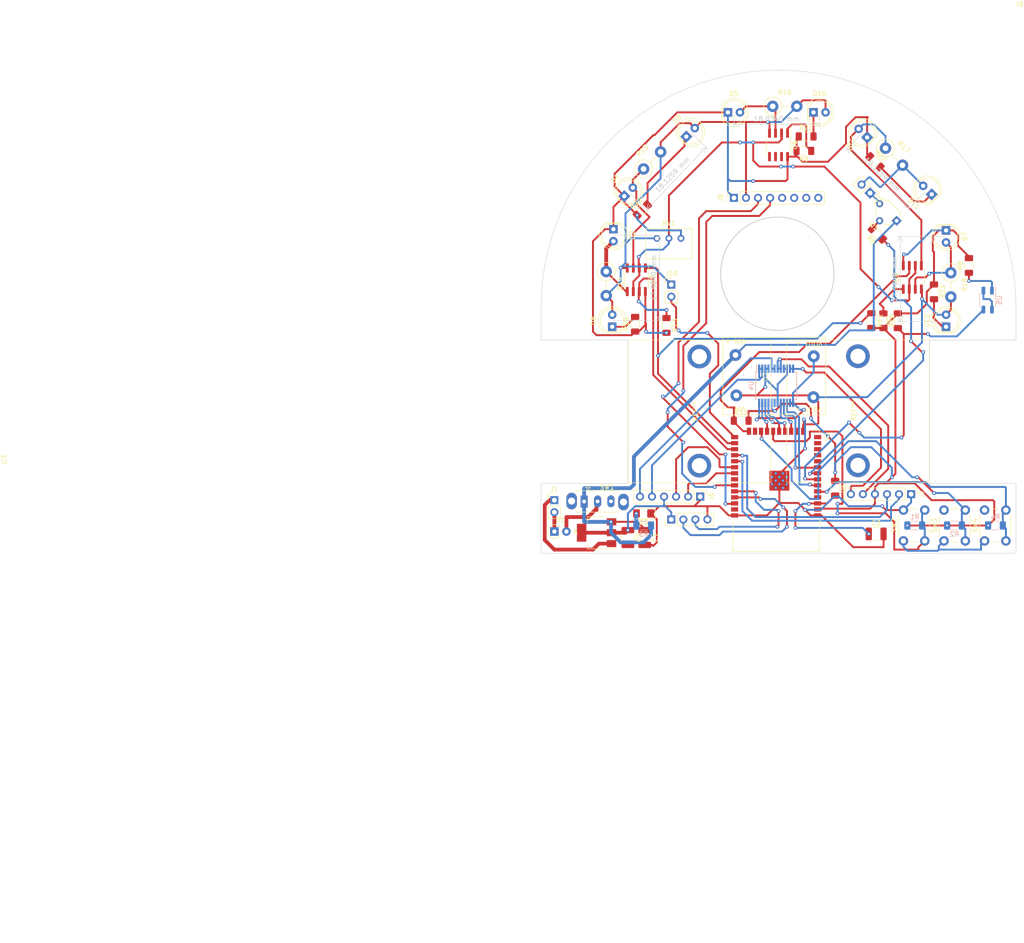
<source format=kicad_pcb>
(kicad_pcb (version 20221018) (generator pcbnew)
  (layers (0 "F.Cu" signal) (31 "B.Cu" signal) (34 "B.Paste" user) (35 "F.Paste" user) (36 "B.SilkS" user "B.Silkscreen") (37 "F.SilkS" user "F.Silkscreen") (38 "B.Mask" user) (39 "F.Mask" user) (44 "Edge.Cuts" user))
  (net 0 "")
  (net 1 "/VIn")
  (net 2 "GND")
  (net 3 "Net-(D1-A)")
  (net 4 "Net-(D1-K)")
  (net 5 "/BTN3")
  (net 6 "Net-(D3-A)")
  (net 7 "/CNY70")
  (net 8 "/MA1")
  (net 9 "/MA2")
  (net 10 "/AO1")
  (net 11 "/AO2")
  (net 12 "/MB1")
  (net 13 "/MB2")
  (net 14 "/BO2")
  (net 15 "/BO1")
  (net 16 "/SCL")
  (net 17 "/SDA")
  (net 22 "/BTN1")
  (net 23 "/BTN2")
  (net 25 "/EN")
  (net 26 "/RX")
  (net 27 "/TX")
  (net 28 "+5V")
  (net 29 "Net-(Q1-B)")
  (net 30 "/D4")
  (net 31 "/D5")
  (net 32 "/D3")
  (net 34 "/D2")
  (net 36 "/P0")
  (net 37 "/D1")
  (net 39 "/PWMB")
  (net 40 "/PWMA")
  (net 41 "Net-(D8-K)")
  (net 42 "/Vm")
  (net 43 "/INA2")
  (net 44 "/INA1")
  (net 45 "/INB2")
  (net 46 "/INB1")
  (net 48 "Net-(J11-Pin_1)")
  (net 49 "/Turbina")
  (net 50 "Net-(D9-K)")
  (net 51 "Net-(D10-K)")
  (net 52 "Net-(D11-K)")
  (net 53 "Net-(D12-K)")
  (net 54 "/SIGNAL1")
  (net 55 "Net-(U5-A)")
  (net 56 "/L3")
  (net 57 "Net-(U6A--)")
  (net 59 "/L5")
  (net 60 "/L4")
  (net 66 "/S4")
  (net 67 "/S3")
  (footprint "Connector_PinHeader_2.54mm:PinHeader_1x02_P2.54mm_Vertical" (layer "F.Cu") (at 196.85 51.562 -135)
    (fp_text reference "J11")
    (fp_text value "Conn_01x02_Pin")
  )
  (footprint "Resistor_SMD:R_1206_3216Metric_Pad1.30x1.75mm_HandSolder" (layer "F.Cu") (at 197.866 44.958 -45)
    (fp_text reference "R22")
    (fp_text value "100")
  )
  (footprint "LED_THT:LED_D5.0mm" (layer "F.Cu") (at 212.852 59.436 -90)
    (fp_text reference "D7")
    (fp_text value "IR RECEIVER")
  )
  (footprint "propios:MotorHolder" (layer "F.Cu") (at 149.86 97.536 90)
    (fp_text reference "REF**")
    (fp_text value "MotorHolder")
  )
  (footprint "LED_THT:LED_D5.0mm" (layer "F.Cu") (at 196.220489 39.826489 135)
    (fp_text reference "D6")
    (fp_text value "IR RECEIVER")
  )
  (footprint "LED_THT:LED_D5.0mm" (layer "F.Cu") (at 184.912 34.544)
    (fp_text reference "D10")
    (fp_text value "IR TRANSMITTER")
  )
  (footprint "Package_TO_SOT_THT:TO-92_Wide" (layer "F.Cu") (at 202.438 57.404 135)
    (fp_text reference "Q1")
    (fp_text value "BC547")
  )
  (footprint "LED_THT:LED_D5.0mm" (layer "F.Cu") (at 158.102686 39.657903 45)
    (fp_text reference "D9")
    (fp_text value "IR TRANSMITTER")
  )
  (footprint "Resistor_THT:R_Axial_DIN0411_L9.9mm_D3.6mm_P5.08mm_Vertical" (layer "F.Cu") (at 213.868 68.372 -90)
    (fp_text reference "R18")
    (fp_text value "10k")
  )
  (footprint "Package_SO:SOIC-8_3.9x4.9mm_P1.27mm" (layer "F.Cu") (at 205.74 69.342 90)
    (fp_text reference "U8")
    (fp_text value "LM358")
  )
  (footprint "LED_SMD:LED_1206_3216Metric_Pad1.42x1.75mm_HandSolder" (layer "F.Cu") (at 149.098 119.126 180)
    (fp_text reference "D3")
    (fp_text value "LED")
  )
  (footprint "Resistor_SMD:R_1206_3216Metric_Pad1.30x1.75mm_HandSolder" (layer "F.Cu") (at 198.374 60.198 135)
    (fp_text reference "R6")
    (fp_text value "4.7k")
  )
  (footprint "Resistor_SMD:R_1206_3216Metric_Pad1.30x1.75mm_HandSolder" (layer "F.Cu") (at 169.672 99.568)
    (fp_text reference "R11")
    (fp_text value "1k")
  )
  (footprint "Potentiometer_THT:Potentiometer_Bourns_3299W_Vertical" (layer "F.Cu") (at 156.982 61.105)
    (fp_text reference "RV1")
    (fp_text value "R_Potentiometer")
  )
  (footprint "propios:Sx1308" (layer "F.Cu") (at 175.246 90.316 90)
    (fp_text reference "U2")
    (fp_text value "Mt3608")
  )
  (footprint "Capacitor_SMD:C_1210_3225Metric_Pad1.33x2.70mm_HandSolder" (layer "F.Cu") (at 145.796 124.206 -90)
    (fp_text reference "C2")
    (fp_text value "C_Polarized")
  )
  (footprint "LED_THT:LED_D5.0mm" (layer "F.Cu") (at 209.822051 51.834051 135)
    (fp_text reference "D11")
    (fp_text value "IR TRANSMITTER")
  )
  (footprint "LED_THT:LED_D5.0mm" (layer "F.Cu") (at 166.878 34.544)
    (fp_text reference "D5")
    (fp_text value "IR RECEIVER")
  )
  (footprint "Resistor_SMD:R_1206_3216Metric_Pad1.30x1.75mm_HandSolder" (layer "F.Cu") (at 147.32 79.222 90)
    (fp_text reference "R19")
    (fp_text value "100")
  )
  (footprint "Capacitor_SMD:C_1210_3225Metric_Pad1.33x2.70mm_HandSolder" (layer "F.Cu") (at 198.12 123.444)
    (fp_text reference "C3")
    (fp_text value "1uf")
  )
  (footprint "Resistor_SMD:R_1206_3216Metric_Pad1.30x1.75mm_HandSolder" (layer "F.Cu") (at 183.362 39.624)
    (fp_text reference "R21")
    (fp_text value "100")
  )
  (footprint "Button_Switch_THT:SW_PUSH_6mm" (layer "F.Cu") (at 203.866 124.916 90)
    (fp_text reference "SW2")
    (fp_text value "SW_Push")
  )
  (footprint "Resistor_SMD:R_1206_3216Metric_Pad1.30x1.75mm_HandSolder" (layer "F.Cu") (at 199.644 78.486 -90)
    (fp_text reference "R10")
    (fp_text value "1k")
  )
  (footprint "Resistor_SMD:R_1206_3216Metric_Pad1.30x1.75mm_HandSolder" (layer "F.Cu") (at 197.104 78.46 -90)
    (fp_text reference "R12")
    (fp_text value "1k")
  )
  (footprint "Connector_PinHeader_2.54mm:PinHeader_1x04_P2.54mm_Vertical" (layer "F.Cu") (at 154.94 120.396 90)
    (fp_text reference "J9")
    (fp_text value "Conn_01x04_Pin")
  )
  (footprint "propios:MotorHolder" (layer "F.Cu") (at 183.29 97.471 90)
    (fp_text reference "REF**")
    (fp_text value "MotorHolder")
  )
  (footprint "Resistor_SMD:R_1206_3216Metric_Pad1.30x1.75mm_HandSolder" (layer "F.Cu") (at 217.678 66.828 90)
    (fp_text reference "R8")
    (fp_text value "220")
  )
  (footprint "Connector_PinHeader_2.54mm:PinHeader_1x02_P2.54mm_Vertical" (layer "F.Cu") (at 130.302 116.332)
    (fp_text reference "J1")
    (fp_text value "Conn_01x02_Male")
  )
  (footprint "Resistor_THT:R_Axial_DIN0411_L9.9mm_D3.6mm_P5.08mm_Vertical" (layer "F.Cu") (at 141.224 68.118 -90)
    (fp_text reference "R14")
    (fp_text value "10k")
  )
  (footprint "Resistor_SMD:R_1206_3216Metric_Pad1.30x1.75mm_HandSolder" (layer "F.Cu") (at 182.88 42.672 180)
    (fp_text reference "R9")
    (fp_text value "1k")
  )
  (footprint "LED_THT:LED_D5.0mm" (layer "F.Cu") (at 142.494 79.756 90)
    (fp_text reference "D8")
    (fp_text value "IR TRANSMITTER")
  )
  (footprint "LED_THT:LED_D5.0mm" (layer "F.Cu") (at 212.852 79.756 90)
    (fp_text reference "D12")
    (fp_text value "IR TRANSMITTER")
  )
  (footprint "Connector_PinHeader_2.54mm:PinHeader_1x06_P2.54mm_Vertical" (layer "F.Cu") (at 161.036 115.57 -90)
    (fp_text reference "J6")
    (fp_text value "Conn_01x06_Female")
  )
  (footprint "Resistor_SMD:R_1206_3216Metric_Pad1.30x1.75mm_HandSolder" (layer "F.Cu") (at 202.692 78.486 90)
    (fp_text reference "R7")
    (fp_text value "47K")
  )
  (footprint "Button_Switch_THT:SW_PUSH_6mm" (layer "F.Cu") (at 220.966 124.916 90)
    (fp_text reference "SW4")
    (fp_text value "SW_Push")
  )
  (footprint "RF_Module:ESP32-WROOM-32" (layer "F.Cu") (at 177.038 111.297 180)
    (fp_text reference "U1")
    (fp_text value "ESP32-WROOM-32")
  )
  (footprint "Resistor_THT:R_Axial_DIN0411_L9.9mm_D3.6mm_P5.08mm_Vertical" (layer "F.Cu") (at 176.322 33.274)
    (fp_text reference "R16")
    (fp_text value "10k")
  )
  (footprint "Connector_PinHeader_2.54mm:PinHeader_1x06_P2.54mm_Vertical" (layer "F.Cu") (at 205.486 115.062 -90)
    (fp_text reference "J7")
    (fp_text value "Conn_01x06_Female")
  )
  (footprint "Package_TO_SOT_SMD:SOT-223-3_TabPin2" (layer "F.Cu") (at 139.192 123.19 180)
    (fp_text reference "U3")
    (fp_text value "AMS1117-3.3")
  )
  (footprint "Button_Switch_THT:SW_PUSH_6mm" (layer "F.Cu") (at 212.416 124.916 90)
    (fp_text reference "SW3")
    (fp_text value "SW_Push")
  )
  (footprint "Package_SO:SOIC-8_3.9x4.9mm_P1.27mm" (layer "F.Cu") (at 177.546 41.402 -90)
    (fp_text reference "U6")
    (fp_text value "LM358")
  )
  (footprint "Package_SO:SOIC-8_3.9x4.9mm_P1.27mm" (layer "F.Cu") (at 147.574 69.85 -90)
    (fp_text reference "U9")
    (fp_text value "LM358")
  )
  (footprint "Resistor_THT:R_Axial_DIN0411_L9.9mm_D3.6mm_P5.08mm_Vertical" (layer "F.Cu") (at 200.092081 42.104081 -45)
    (fp_text reference "R17")
    (fp_text value "10k")
  )
  (footprint "Resistor_THT:R_Axial_DIN0411_L9.9mm_D3.6mm_P5.08mm_Vertical" (layer "F.Cu") (at 149.098 46.482 45)
    (fp_text reference "R15")
    (fp_text value "10k")
  )
  (footprint "LED_THT:LED_D5.0mm" (layer "F.Cu") (at 142.748 59.177 -90)
    (fp_text reference "D2")
    (fp_text value "IR RECEIVER")
  )
  (footprint "Resistor_SMD:R_1206_3216Metric_Pad1.30x1.75mm_HandSolder" (layer "F.Cu") (at 153.924 79.476 -90)
    (fp_text reference "R13")
    (fp_text value "1k")
  )
  (footprint "Diode_THT:D_A-405_P2.54mm_Vertical_AnodeUp" (layer "F.Cu") (at 130.302 122.936)
    (fp_text reference "D1")
    (fp_text value "type=\"D\" model=\"DIODE\" lib=\"\"")
  )
  (footprint "Connector_PinHeader_2.54mm:PinHeader_1x02_P2.54mm_Vertical" (layer "F.Cu") (at 154.94 70.866)
    (fp_text reference "J10")
    (fp_text value "Conn_01x02_Pin")
  )
  (footprint "Resistor_SMD:R_1206_3216Metric_Pad1.30x1.75mm_HandSolder" (layer "F.Cu") (at 189.484 113.792 -90)
    (fp_text reference "R5")
    (fp_text value "10k")
  )
  (footprint "Resistor_SMD:R_1206_3216Metric_Pad1.30x1.75mm_HandSolder" (layer "F.Cu") (at 210.312 72.39 -90)
    (fp_text reference "R23")
    (fp_text value "100")
  )
  (footprint "Button_Switch_THT:SW_Slide_1P2T_CK_OS102011MS2Q" (layer "F.Cu") (at 137.414 116.586)
    (fp_text reference "SW1")
    (fp_text value "SW_DPDT_x2")
  )
  (footprint "Connector_PinSocket_2.54mm:PinSocket_1x08_P2.54mm_Vertical" (layer "F.Cu") (at 168.148 52.578 90)
    (fp_text reference "J8")
    (fp_text value "Conn_01x08_Female")
  )
  (footprint "Capacitor_SMD:C_1210_3225Metric_Pad1.33x2.70mm_HandSolder" (layer "F.Cu") (at 149.352 124.206 -90)
    (fp_text reference "C1")
    (fp_text value "C_Polarized")
  )
  (footprint "LED_THT:LED_D5.0mm" (layer "F.Cu") (at 145.034247 52.218341 45)
    (fp_text reference "D4")
    (fp_text value "IR RECEIVER")
  )
  (footprint "Resistor_SMD:R_1206_3216Metric_Pad1.30x1.75mm_HandSolder" (layer "F.Cu") (at 148.844 55.118 45)
    (fp_text reference "R20")
    (fp_text value "100")
  )
  (footprint "OptoDevice:OnSemi_CASE100CY" (layer "B.Cu") (at 221.626 74.136 180)
    (fp_text reference "U5")
    (fp_text value "QRE1113GR")
  )
  (footprint "Resistor_SMD:R_1206_3216Metric_Pad1.30x1.75mm_HandSolder" (layer "B.Cu") (at 214.63 121.666)
    (fp_text reference "R2")
    (fp_text value "R")
  )
  (footprint "Package_SO:SSOP-24_5.3x8.2mm_P0.65mm" (layer "B.Cu") (at 177.038 92.202 -90)
    (fp_text reference "U4")
    (fp_text value "TB6612FNG")
  )
  (footprint "Resistor_SMD:R_1206_3216Metric_Pad1.30x1.75mm_HandSolder" (layer "B.Cu") (at 206.248 121.666 180)
    (fp_text reference "R1")
    (fp_text value "R")
  )
  (footprint "Resistor_SMD:R_1206_3216Metric_Pad1.30x1.75mm_HandSolder" (layer "B.Cu") (at 223.266 121.666 180)
    (fp_text reference "R4")
    (fp_text value "R")
  )
  (footprint "Resistor_SMD:R_1206_3216Metric_Pad1.30x1.75mm_HandSolder" (layer "B.Cu") (at 149.124 121.666)
    (fp_text reference "R3")
    (fp_text value "R")
  )
  (gr_circle (center 177.292 68.58) (end 189.236078 68.58) (stroke (width 0.2)) (fill none) (layer "Edge.Cuts"))
  (gr_arc (start 127.508 75.693134) (mid 177.546 25.655134) (end 227.584 75.693134) (stroke (width 0.1)) (layer "Edge.Cuts"))
  (gr_line (start 145.796 82.55) (end 127.508 82.55) (stroke (width 0.1)) (layer "Edge.Cuts"))
  (gr_line (start 227.584 82.55) (end 209.296 82.55) (stroke (width 0.1)) (layer "Edge.Cuts"))
  (gr_line (start 127.508 112.776) (end 145.796 112.776) (stroke (width 0.1)) (layer "Edge.Cuts"))
  (gr_line (start 209.296 82.55) (end 209.296 112.776) (stroke (width 0.1)) (layer "Edge.Cuts"))
  (gr_line (start 127.508 82.55) (end 127.508 75.693134) (stroke (width 0.1)) (layer "Edge.Cuts"))
  (gr_line (start 127.508 127.508) (end 227.584 127.508) (stroke (width 0.1)) (layer "Edge.Cuts"))
  (gr_line (start 227.584 82.55) (end 227.584 75.693134) (stroke (width 0.1)) (layer "Edge.Cuts"))
  (gr_line (start 127.508 112.776) (end 127.508 127.508) (stroke (width 0.1)) (layer "Edge.Cuts"))
  (gr_line (start 145.796 112.776) (end 145.796 82.55) (stroke (width 0.1)) (layer "Edge.Cuts"))
  (gr_line (start 227.584 127.508) (end 227.584 112.776) (stroke (width 0.1)) (layer "Edge.Cuts"))
  (gr_line (start 209.296 112.776) (end 227.584 112.776) (stroke (width 0.1)) (layer "Edge.Cuts"))
  (dimension (type aligned) (layer "Edge.Cuts") (pts (xy 168.148 34.544) (xy 186.182 34.544)) (height 2.54) (gr_text "18,0340 mm" (at 177.165 35.934) (layer "Edge.Cuts") (effects (font (size 1 1) (thickness 0.15)))) (format (prefix "") (suffix "") (units 3) (units_format 1) (precision 4)) (style (thickness 0.1) (arrow_length 1.27) (text_position_mode 0) (extension_height 0.58642) (extension_offset 0.5) keep_text_aligned))
  (dimension (type aligned) (layer "Edge.Cuts") (pts (xy 213.36 60.706) (xy 213.36 78.67)) (height 10.16) (gr_text "17,9640 mm" (at 202.05 69.688 90) (layer "Edge.Cuts") (effects (font (size 1 1) (thickness 0.15)))) (format (prefix "") (suffix "") (units 3) (units_format 1) (precision 4)) (style (thickness 0.1) (arrow_length 1.27) (text_position_mode 0) (extension_height 0.58642) (extension_offset 0.5) keep_text_aligned))
  (dimension (type aligned) (layer "Edge.Cuts") (pts (xy 142.24 78.416) (xy 142.24 60.452)) (height 10.16) (gr_text "17,9640 mm" (at 151.25 69.434 90) (layer "Edge.Cuts") (effects (font (size 1 1) (thickness 0.15)))) (format (prefix "") (suffix "") (units 3) (units_format 1) (precision 4)) (style (thickness 0.1) (arrow_length 1.27) (text_position_mode 0) (extension_height 0.58642) (extension_offset 0.5) keep_text_aligned))
  (dimension (type aligned) (layer "Edge.Cuts") (pts (xy 195.70371 38.372297) (xy 208.772148 50.932736)) (height 5.284124) (gr_text "18,1259 mm" (at 199.373168 47.633142 316.1355289) (layer "Edge.Cuts") (effects (font (size 1 1) (thickness 0.15)))) (format (prefix "") (suffix "") (units 3) (units_format 1) (precision 4)) (style (thickness 0.1) (arrow_length 1.27) (text_position_mode 0) (extension_height 0.58642) (extension_offset 0.5) keep_text_aligned))
  (dimension (type aligned) (layer "Edge.Cuts") (pts (xy 145.935808 51.316779) (xy 158.496247 38.248341)) (height 5.284124) (gr_text "18,1259 mm" (at 155.196653 47.647321 46.13552886) (layer "Edge.Cuts") (effects (font (size 1 1) (thickness 0.15)))) (format (prefix "") (suffix "") (units 3) (units_format 1) (precision 4)) (style (thickness 0.1) (arrow_length 1.27) (text_position_mode 0) (extension_height 0.58642) (extension_offset 0.5) keep_text_aligned))
  (segment (start 147.814 120.89) (end 142.342 120.89) (width 0.4) (layer "F.Cu") (net 1))
  (segment (start 142.342 120.89) (end 142.254 120.89) (width 0.8) (layer "F.Cu") (net 1))
  (segment (start 142.254 120.89) (end 142.24 120.904) (width 0.8) (layer "F.Cu") (net 1))
  (segment (start 149.352 122.428) (end 147.814 120.89) (width 0.4) (layer "F.Cu") (net 1))
  (segment (start 149.352 122.6435) (end 149.352 122.428) (width 0.4) (layer "F.Cu") (net 1))
  (via (at 142.24 120.904) (size 0.8) (drill 0.4) (layers "F.Cu" "B.Cu") (net 1))
  (segment (start 146.304 113.792) (end 147.066 113.03) (width 0.8) (layer "B.Cu") (net 1))
  (segment (start 149.098 125.222) (end 144.272 125.222) (width 0.8) (layer "B.Cu") (net 1))
  (segment (start 197.612 62.23) (end 197.612 80.518) (width 0.4) (layer "B.Cu") (net 1))
  (segment (start 136.652 120.904) (end 136.574 120.826) (width 0.8) (layer "B.Cu") (net 1))
  (segment (start 144.272 125.222) (end 142.24 123.19) (width 0.8) (layer "B.Cu") (net 1))
  (segment (start 189.484 83.566) (end 170.624 83.566) (width 0.4) (layer "B.Cu") (net 1))
  (segment (start 136.574 113.87) (end 136.652 113.792) (width 0.8) (layer "B.Cu") (net 1))
  (segment (start 202.438 57.404) (end 197.612 62.23) (width 0.4) (layer "B.Cu") (net 1))
  (segment (start 192.532 80.518) (end 189.484 83.566) (width 0.4) (layer "B.Cu") (net 1))
  (segment (start 136.574 120.826) (end 136.574 116.616) (width 0.8) (layer "B.Cu") (net 1))
  (segment (start 147.066 113.03) (end 147.066 107.124) (width 0.8) (layer "B.Cu") (net 1))
  (segment (start 170.624 83.566) (end 168.476 85.714) (width 0.4) (layer "B.Cu") (net 1))
  (segment (start 150.674 123.646) (end 149.098 125.222) (width 0.8) (layer "B.Cu") (net 1))
  (segment (start 147.066 107.124) (end 168.476 85.714) (width 0.8) (layer "B.Cu") (net 1))
  (segment (start 142.24 123.19) (end 142.24 120.904) (width 0.8) (layer "B.Cu") (net 1))
  (segment (start 136.652 113.792) (end 146.304 113.792) (width 0.8) (layer "B.Cu") (net 1))
  (segment (start 150.674 121.666) (end 150.674 123.646) (width 0.8) (layer "B.Cu") (net 1))
  (segment (start 197.612 80.518) (end 192.532 80.518) (width 0.4) (layer "B.Cu") (net 1))
  (segment (start 136.574 116.616) (end 136.574 113.87) (width 0.8) (layer "B.Cu") (net 1))
  (segment (start 142.24 120.904) (end 136.652 120.904) (width 0.8) (layer "B.Cu") (net 1))
  (segment (start 175.641 38.927) (end 175.641 36.957) (width 0.4) (layer "F.Cu") (net 2))
  (segment (start 177.718 110.682) (end 177.862 110.682) (width 0.4) (layer "F.Cu") (net 2))
  (segment (start 177.862 110.682) (end 183.134 105.41) (width 0.4) (layer "F.Cu") (net 2))
  (segment (start 167.045 119.547) (end 165.1 117.602) (width 0.4) (layer "F.Cu") (net 2))
  (segment (start 193.294 126.238) (end 186.603 119.547) (width 0.4) (layer "F.Cu") (net 2))
  (segment (start 129.286 116.332) (end 130.302 116.332) (width 0.8) (layer "F.Cu") (net 2))
  (segment (start 159.004 36.83) (end 159.004 36.967115) (width 0.4) (layer "F.Cu") (net 2))
  (segment (start 151.13 125.984) (end 150.9145 125.7685) (width 0.4) (layer "F.Cu") (net 2))
  (segment (start 182.672 32.004) (end 181.402 33.274) (width 0.4) (layer "F.Cu") (net 2))
  (segment (start 159.898737 37.861852) (end 161.184589 36.576) (width 0.4) (layer "F.Cu") (net 2))
  (segment (start 185.928 100.076) (end 185.928 95.646) (width 0.4) (layer "F.Cu") (net 2))
  (segment (start 175.093 119.547) (end 177.718 116.922) (width 0.4) (layer "F.Cu") (net 2))
  (segment (start 199.39 117.602) (end 200.204 118.416) (width 0.4) (layer "F.Cu") (net 2))
  (segment (start 186.603 119.547) (end 185.788 119.547) (width 0.4) (layer "F.Cu") (net 2))
  (segment (start 177.718 116.922) (end 181.692 116.922) (width 0.4) (layer "F.Cu") (net 2))
  (segment (start 151.892 120.396) (end 151.892 125.222) (width 0.4) (layer "F.Cu") (net 2))
  (segment (start 168.288 119.547) (end 167.045 119.547) (width 0.4) (layer "F.Cu") (net 2))
  (segment (start 182.748 101.787) (end 182.748 100.838) (width 0.4) (layer "F.Cu") (net 2))
  (segment (start 187.452 34.544) (end 187.452 32.004) (width 0.4) (layer "F.Cu") (net 2))
  (segment (start 182.88 100.33) (end 185.674 100.33) (width 0.4) (layer "F.Cu") (net 2))
  (segment (start 152.4 117.602) (end 159.766 117.602) (width 0.4) (layer "F.Cu") (net 2))
  (segment (start 170.688 52.578) (end 170.688 36.576) (width 0.4) (layer "F.Cu") (net 2))
  (segment (start 130.302 126.746) (end 128.27 124.714) (width 0.8) (layer "F.Cu") (net 2))
  (segment (start 175.641 36.957) (end 175.26 36.576) (width 0.4) (layer "F.Cu") (net 2))
  (segment (start 199.6825 123.444) (end 199.6825 126.1995) (width 0.4) (layer "F.Cu") (net 2))
  (segment (start 168.656 94.234) (end 172.72 94.234) (width 0.4) (layer "F.Cu") (net 2))
  (segment (start 144.337 67.375) (end 144.272 67.31) (width 0.4) (layer "F.Cu") (net 2))
  (segment (start 165.1 117.602) (end 162.306 117.602) (width 0.4) (layer "F.Cu") (net 2))
  (segment (start 150.876 119.126) (end 152.4 117.602) (width 0.4) (layer "F.Cu") (net 2))
  (segment (start 182.748 100.838) (end 182.748 100.462) (width 0.4) (layer "F.Cu") (net 2))
  (segment (start 162.56 117.856) (end 162.306 117.602) (width 0.4) (layer "F.Cu") (net 2))
  (segment (start 207.772 71.944) (end 207.645 71.817) (width 0.4) (layer "F.Cu") (net 2))
  (segment (start 128.27 124.714) (end 128.27 117.348) (width 0.8) (layer "F.Cu") (net 2))
  (segment (start 200.204 118.416) (end 203.866 118.416) (width 0.4) (layer "F.Cu") (net 2))
  (segment (start 182.88 100.706) (end 182.748 100.838) (width 0.4) (layer "F.Cu") (net 2))
  (segment (start 185.928 95.646) (end 184.896 94.614) (width 0.4) (layer "F.Cu") (net 2))
  (segment (start 172.72 94.234) (end 172.974 94.234) (width 0.4) (layer "F.Cu") (net 2))
  (segment (start 172.974 94.234) (end 174.752 92.456) (width 0.4) (layer "F.Cu") (net 2))
  (segment (start 182.88 99.314) (end 182.88 100.706) (width 0.4) (layer "F.Cu") (net 2))
  (segment (start 184.317 119.547) (end 183.134 118.364) (width 0.4) (layer "F.Cu") (net 2))
  (segment (start 213.868 73.452) (end 213.868 76.2) (width 0.4) (layer "F.Cu") (net 2))
  (segment (start 142.494 77.216) (end 142.494 74.468) (width 0.4) (layer "F.Cu") (net 2))
  (segment (start 142.494 74.468) (end 141.224 73.198) (width 0.4) (layer "F.Cu") (net 2))
  (segment (start 150.622 119.126) (end 151.892 120.396) (width 0.4) (layer "F.Cu") (net 2))
  (segment (start 199.644 126.238) (end 193.294 126.238) (width 0.4) (layer "F.Cu") (net 2))
  (segment (start 152.690102 42.889898) (end 152.690102 40.857898) (width 0.4) (layer "F.Cu") (net 2))
  (segment (start 182.748 100.462) (end 182.88 100.33) (width 0.4) (layer "F.Cu") (net 2))
  (segment (start 161.036 116.332) (end 161.036 115.57) (width 0.4) (layer "F.Cu") (net 2))
  (segment (start 187.452 32.004) (end 182.672 32.004) (width 0.4) (layer "F.Cu") (net 2))
  (segment (start 150.9145 125.7685) (end 149.352 125.7685) (width 0.4) (layer "F.Cu") (net 2))
  (segment (start 177.718 116.922) (end 177.718 113.732) (width 0.4) (layer "F.Cu") (net 2))
  (segment (start 170.688 36.576) (end 175.26 36.576) (width 0.4) (layer "F.Cu") (net 2))
  (segment (start 128.27 117.348) (end 129.286 116.332) (width 0.8) (layer "F.Cu") (net 2))
  (segment (start 138.43 126.746) (end 130.302 126.746) (width 0.8) (layer "F.Cu") (net 2))
  (segment (start 139.686 125.49) (end 138.43 126.746) (width 0.8) (layer "F.Cu") (net 2))
  (segment (start 150.5855 119.126) (end 150.622 119.126) (width 0.4) (layer "F.Cu") (net 2))
  (segment (start 156.718 36.83) (end 159.004 36.83) (width 0.4) (layer "F.Cu") (net 2))
  (segment (start 185.674 100.33) (end 185.928 100.076) (width 0.4) (layer "F.Cu") (net 2))
  (segment (start 207.772 73.914) (end 207.772 71.944) (width 0.4) (layer "F.Cu") (net 2))
  (segment (start 159.766 117.602) (end 161.036 116.332) (width 0.4) (layer "F.Cu") (net 2))
  (segment (start 145.669 67.375) (end 144.337 67.375) (width 0.4) (layer "F.Cu") (net 2))
  (segment (start 159.004 36.967115) (end 159.898737 37.861852) (width 0.4) (layer "F.Cu") (net 2))
  (segment (start 142.342 125.49) (end 139.686 125.49) (width 0.8) (layer "F.Cu") (net 2))
  (segment (start 185.788 119.547) (end 184.317 119.547) (width 0.4) (layer "F.Cu") (net 2))
  (segment (start 161.184589 36.576) (end 170.688 36.576) (width 0.4) (layer "F.Cu") (net 2))
  (segment (start 168.288 119.547) (end 175.093 119.547) (width 0.4) (layer "F.Cu") (net 2))
  (segment (start 162.56 120.396) (end 162.56 117.856) (width 0.4) (layer "F.Cu") (net 2))
  (segment (start 150.5855 119.126) (end 150.876 119.126) (width 0.4) (layer "F.Cu") (net 2))
  (segment (start 181.692 116.922) (end 183.134 118.364) (width 0.4) (layer "F.Cu") (net 2))
  (segment (start 199.6825 126.1995) (end 199.644 126.238) (width 0.4) (layer "F.Cu") (net 2))
  (segment (start 213.868 76.2) (end 212.852 77.216) (width 0.4) (layer "F.Cu") (net 2))
  (segment (start 184.516 94.234) (end 184.896 94.614) (width 0.4) (layer "F.Cu") (net 2))
  (segment (start 162.306 117.602) (end 159.766 117.602) (width 0.4) (layer "F.Cu") (net 2))
  (segment (start 172.72 94.234) (end 184.516 94.234) (width 0.4) (layer "F.Cu") (net 2))
  (segment (start 151.892 125.222) (end 151.13 125.984) (width 0.4) (layer "F.Cu") (net 2))
  (segment (start 152.690102 40.857898) (end 156.718 36.83) (width 0.4) (layer "F.Cu") (net 2))
  (via (at 183.134 118.364) (size 0.8) (drill 0.4) (layers "F.Cu" "B.Cu") (net 2))
  (via (at 144.272 67.31) (size 0.8) (drill 0.4) (layers "F.Cu" "B.Cu") (net 2))
  (via (at 175.26 36.576) (size 0.8) (drill 0.4) (layers "F.Cu" "B.Cu") (net 2))
  (via (at 182.88 99.314) (size 0.8) (drill 0.4) (layers "F.Cu" "B.Cu") (net 2))
  (via (at 199.39 117.602) (size 0.8) (drill 0.4) (layers "F.Cu" "B.Cu") (net 2))
  (via (at 174.752 92.456) (size 0.8) (drill 0.4) (layers "F.Cu" "B.Cu") (net 2))
  (via (at 183.134 105.41) (size 0.8) (drill 0.4) (layers "F.Cu" "B.Cu") (net 2))
  (via (at 207.772 73.914) (size 0.8) (drill 0.4) (layers "F.Cu" "B.Cu") (net 2))
  (segment (start 190.246 115.57) (end 189.23 115.57) (width 0.4) (layer "B.Cu") (net 2))
  (segment (start 144.272 70.15) (end 141.224 73.198) (width 0.4) (layer "B.Cu") (net 2))
  (segment (start 175.26 36.576) (end 178.1 36.576) (width 0.4) (layer "B.Cu") (net 2))
  (segment (start 144.526 67.056) (end 144.272 67.31) (width 0.4) (layer "B.Cu") (net 2))
  (segment (start 211.074 77.216) (end 207.772 73.914) (width 0.4) (layer "B.Cu") (net 2))
  (segment (start 205.486 116.796) (end 205.486 115.062) (width 0.4) (layer "B.Cu") (net 2))
  (segment (start 221.996 73.914) (end 220.726 73.914) (width 0.4) (layer "B.Cu") (net 2))
  (segment (start 211.328 126.004) (end 212.416 124.916) (width 0.4) (layer "B.Cu") (net 2))
  (segment (start 178.1 36.576) (end 181.402 33.274) (width 0.4) (layer "B.Cu") (net 2))
  (segment (start 199.39 117.602) (end 192.278 117.602) (width 0.4) (layer "B.Cu") (net 2))
  (segment (start 151.13 67.056) (end 144.526 67.056) (width 0.4) (layer "B.Cu") (net 2))
  (segment (start 203.866 124.916) (end 203.866 126.142) (width 0.4) (layer "B.Cu") (net 2))
  (segment (start 177.363 93.726) (end 177.363 95.802) (width 0.4) (layer "B.Cu") (net 2))
  (segment (start 220.218 126.746) (end 220.218 125.664) (width 0.4) (layer "B.Cu") (net 2))
  (segment (start 145.288 66.294) (end 145.288 62.23) (width 0.4) (layer "B.Cu") (net 2))
  (segment (start 220.218 125.664) (end 220.966 124.916) (width 0.4) (layer "B.Cu") (net 2))
  (segment (start 174.752 92.456) (end 174.752 89.419) (width 0.4) (layer "B.Cu") (net 2))
  (segment (start 145.288 62.23) (end 145.288 55.88) (width 0.4) (layer "B.Cu") (net 2))
  (segment (start 222.526 76.136) (end 222.526 74.444) (width 0.4) (layer "B.Cu") (net 2))
  (segment (start 175.413 88.602) (end 174.763 88.602) (width 0.4) (layer "B.Cu") (net 2))
  (segment (start 145.288 55.88) (end 152.690102 48.477898) (width 0.4) (layer "B.Cu") (net 2))
  (segment (start 174.763 89.408) (end 174.763 90.689) (width 0.4) (layer "B.Cu") (net 2))
  (segment (start 196.559898 48.26) (end 195.053949 49.765949) (width 0.4) (layer "B.Cu") (net 2))
  (segment (start 184.896 94.614) (end 196.216 94.614) (width 0.4) (layer "B.Cu") (net 2))
  (segment (start 183.134 105.41) (end 183.134 99.568) (width 0.4) (layer "B.Cu") (net 2))
  (segment (start 198.882 50.292) (end 196.85 48.26) (width 0.4) (layer "B.Cu") (net 2))
  (segment (start 177.363 91.877) (end 179.313 89.927) (width 0.4) (layer "B.Cu") (net 2))
  (segment (start 212.852 77.216) (end 211.074 77.216) (width 0.4) (layer "B.Cu") (net 2))
  (segment (start 207.772 83.058) (end 207.772 73.914) (width 0.4) (layer "B.Cu") (net 2))
  (segment (start 192.278 117.602) (end 190.246 115.57) (width 0.4) (layer "B.Cu") (net 2))
  (segment (start 220.726 73.914) (end 220.726 72.136) (width 0.4) (layer "B.Cu") (net 2))
  (segment (start 211.328 126.746) (end 211.328 126.004) (width 0.4) (layer "B.Cu") (net 2))
  (segment (start 144.272 67.31) (end 144.272 70.15) (width 0.4) (layer "B.Cu") (net 2))
  (segment (start 222.526 74.444) (end 221.996 73.914) (width 0.4) (layer "B.Cu") (net 2))
  (segment (start 211.201 126.873) (end 211.328 126.746) (width 0.4) (layer "B.Cu") (net 2))
  (segment (start 144.272 67.31) (end 145.288 66.294) (width 0.4) (layer "B.Cu") (net 2))
  (segment (start 179.313 89.927) (end 179.313 88.602) (width 0.4) (layer "B.Cu") (net 2))
  (segment (start 151.902 61.105) (end 146.413 61.105) (width 0.4) (layer "B.Cu") (net 2))
  (segment (start 208.026 50.038) (end 203.684183 45.696183) (width 0.4) (layer "B.Cu") (net 2))
  (segment (start 174.763 90.689) (end 177.363 93.289) (width 0.4) (layer "B.Cu") (net 2))
  (segment (start 196.216 94.614) (end 207.772 83.058) (width 0.4) (layer "B.Cu") (net 2))
  (segment (start 178.663 88.602) (end 179.313 88.602) (width 0.4) (layer "B.Cu") (net 2))
  (segment (start 211.074 127) (end 211.201 126.873) (width 0.4) (layer "B.Cu") (net 2))
  (segment (start 174.752 89.419) (end 174.763 89.408) (width 0.4) (layer "B.Cu") (net 2))
  (segment (start 199.088366 50.292) (end 198.882 50.292) (width 0.4) (layer "B.Cu") (net 2))
  (segment (start 204.724 127) (end 211.074 127) (width 0.4) (layer "B.Cu") (net 2))
  (segment (start 203.866 126.142) (end 204.724 127) (width 0.4) (layer "B.Cu") (net 2))
  (segment (start 177.363 93.726) (end 177.363 91.877) (width 0.4) (layer "B.Cu") (net 2))
  (segment (start 189.23 115.57) (end 186.436 118.364) (width 0.4) (layer "B.Cu") (net 2))
  (segment (start 146.413 61.105) (end 145.288 62.23) (width 0.4) (layer "B.Cu") (net 2))
  (segment (start 183.134 99.568) (end 182.88 99.314) (width 0.4) (layer "B.Cu") (net 2))
  (segment (start 152.690102 48.477898) (end 152.690102 42.889898) (width 0.4) (layer "B.Cu") (net 2))
  (segment (start 199.088366 50.292) (end 203.684183 45.696183) (width 0.4) (layer "B.Cu") (net 2))
  (segment (start 177.363 93.289) (end 177.363 93.726) (width 0.4) (layer "B.Cu") (net 2))
  (segment (start 154.94 70.866) (end 151.13 67.056) (width 0.4) (layer "B.Cu") (net 2))
  (segment (start 211.328 126.746) (end 220.218 126.746) (width 0.4) (layer "B.Cu") (net 2))
  (segment (start 174.763 88.602) (end 174.763 89.408) (width 0.4) (layer "B.Cu") (net 2))
  (segment (start 203.866 118.416) (end 205.486 116.796) (width 0.4) (layer "B.Cu") (net 2))
  (segment (start 186.436 118.364) (end 183.134 118.364) (width 0.4) (layer "B.Cu") (net 2))
  (segment (start 196.85 48.26) (end 196.559898 48.26) (width 0.4) (layer "B.Cu") (net 2))
  (segment (start 130.302 122.936) (end 130.302 118.872) (width 0.8) (layer "F.Cu") (net 3))
  (segment (start 138.938 118.364) (end 139.192 118.364) (width 0.8) (layer "F.Cu") (net 4))
  (segment (start 139.192 118.364) (end 139.192 116.808) (width 0.8) (layer "F.Cu") (net 4))
  (segment (start 139.192 116.808) (end 139.414 116.586) (width 0.8) (layer "F.Cu") (net 4))
  (segment (start 132.842 119.888) (end 137.414 119.888) (width 0.8) (layer "F.Cu") (net 4))
  (segment (start 132.842 122.936) (end 132.842 119.888) (width 0.8) (layer "F.Cu") (net 4))
  (segment (start 137.414 119.888) (end 138.938 118.364) (width 0.8) (layer "F.Cu") (net 4))
  (segment (start 185.875 114.554) (end 185.788 114.467) (width 0.4) (layer "F.Cu") (net 5))
  (segment (start 187.706 114.554) (end 185.875 114.554) (width 0.4) (layer "F.Cu") (net 5))
  (via (at 187.706 114.554) (size 0.8) (drill 0.4) (layers "F.Cu" "B.Cu") (net 5))
  (segment (start 225.466 124.916) (end 225.466 122.316) (width 0.4) (layer "B.Cu") (net 5))
  (segment (start 224.816 119.066) (end 225.466 118.416) (width 0.4) (layer "B.Cu") (net 5))
  (segment (start 225.466 113.706) (end 225.298 113.538) (width 0.4) (layer "B.Cu") (net 5))
  (segment (start 225.466 118.416) (end 225.466 113.706) (width 0.4) (layer "B.Cu") (net 5))
  (segment (start 189.738 112.522) (end 187.706 114.554) (width 0.4) (layer "B.Cu") (net 5))
  (segment (start 208.534 112.522) (end 189.992 112.522) (width 0.4) (layer "B.Cu") (net 5))
  (segment (start 189.992 112.522) (end 189.738 112.522) (width 0.4) (layer "B.Cu") (net 5))
  (segment (start 225.298 113.538) (end 209.55 113.538) (width 0.4) (layer "B.Cu") (net 5))
  (segment (start 209.55 113.538) (end 208.534 112.522) (width 0.4) (layer "B.Cu") (net 5))
  (segment (start 225.466 122.316) (end 224.816 121.666) (width 0.4) (layer "B.Cu") (net 5))
  (segment (start 224.816 121.666) (end 224.816 119.066) (width 0.4) (layer "B.Cu") (net 5))
  (segment (start 147.6105 119.126) (end 147.574 119.126) (width 0.8) (layer "F.Cu") (net 6))
  (via (at 147.574 119.126) (size 0.8) (drill 0.4) (layers "F.Cu" "B.Cu") (net 6))
  (segment (start 147.574 119.126) (end 147.574 121.666) (width 0.8) (layer "B.Cu") (net 6))
  (segment (start 168.288 110.657) (end 164.425 110.657) (width 0.4) (layer "F.Cu") (net 8))
  (segment (start 162.306 112.776) (end 158.75 112.776) (width 0.4) (layer "F.Cu") (net 8))
  (segment (start 158.496 113.03) (end 158.496 115.57) (width 0.4) (layer "F.Cu") (net 8))
  (segment (start 164.425 110.657) (end 162.306 112.776) (width 0.4) (layer "F.Cu") (net 8))
  (segment (start 158.75 112.776) (end 158.496 113.03) (width 0.4) (layer "F.Cu") (net 8))
  (segment (start 162.56 105.156) (end 165.1 107.696) (width 0.4) (layer "F.Cu") (net 9))
  (segment (start 155.956 115.57) (end 155.956 107.696) (width 0.4) (layer "F.Cu") (net 9))
  (segment (start 165.267 109.387) (end 168.288 109.387) (width 0.4) (layer "F.Cu") (net 9))
  (segment (start 165.1 109.22) (end 165.267 109.387) (width 0.4) (layer "F.Cu") (net 9))
  (segment (start 165.1 107.696) (end 165.1 109.22) (width 0.4) (layer "F.Cu") (net 9))
  (segment (start 158.496 105.156) (end 162.56 105.156) (width 0.4) (layer "F.Cu") (net 9))
  (segment (start 155.956 107.696) (end 158.496 105.156) (width 0.4) (layer "F.Cu") (net 9))
  (segment (start 173.736 90.678) (end 173.463 90.405) (width 0.4) (layer "B.Cu") (net 10))
  (segment (start 174.113 88.602) (end 174.113 90.301) (width 0.4) (layer "B.Cu") (net 10))
  (segment (start 173.463 90.405) (end 173.463 88.602) (width 0.4) (layer "B.Cu") (net 10))
  (segment (start 173.482 90.932) (end 173.736 90.678) (width 0.4) (layer "B.Cu") (net 10))
  (segment (start 150.876 108.966) (end 168.91 90.932) (width 0.4) (layer "B.Cu") (net 10))
  (segment (start 174.113 88.602) (end 173.463 88.602) (width 0.4) (layer "B.Cu") (net 10))
  (segment (start 150.876 115.57) (end 150.876 108.966) (width 0.4) (layer "B.Cu") (net 10))
  (segment (start 174.113 90.301) (end 173.482 90.932) (width 0.4) (layer "B.Cu") (net 10))
  (segment (start 168.91 90.932) (end 173.482 90.932) (width 0.4) (layer "B.Cu") (net 10))
  (segment (start 176.063 88.602) (end 176.713 88.602) (width 0.4) (layer "B.Cu") (net 11))
  (segment (start 176.063 88.602) (end 176.063 86.401) (width 0.4) (layer "B.Cu") (net 11))
  (segment (start 171.663 86.401) (end 148.336 109.728) (width 0.4) (layer "B.Cu") (net 11))
  (segment (start 148.336 109.728) (end 148.336 115.57) (width 0.4) (layer "B.Cu") (net 11))
  (segment (start 176.063 86.401) (end 171.663 86.401) (width 0.4) (layer "B.Cu") (net 11))
  (segment (start 169.839 108.117) (end 169.926 108.204) (width 0.4) (layer "F.Cu") (net 12))
  (segment (start 168.288 108.117) (end 169.839 108.117) (width 0.4) (layer "F.Cu") (net 12))
  (via (at 169.926 108.204) (size 0.8) (drill 0.4) (layers "F.Cu" "B.Cu") (net 12))
  (segment (start 169.926 118.618) (end 171.958 120.65) (width 0.4) (layer "B.Cu") (net 12))
  (segment (start 197.358 120.65) (end 197.612 120.65) (width 0.4) (layer "B.Cu") (net 12))
  (segment (start 171.958 120.65) (end 197.358 120.65) (width 0.4) (layer "B.Cu") (net 12))
  (segment (start 202.946 116.078) (end 201.24705 117.77695) (width 0.4) (layer "B.Cu") (net 12))
  (segment (start 201.168 120.65) (end 197.358 120.65) (width 0.4) (layer "B.Cu") (net 12))
  (segment (start 201.24705 120.57095) (end 201.24705 117.77695) (width 0.4) (layer "B.Cu") (net 12))
  (segment (start 201.168 120.65) (end 201.24705 120.57095) (width 0.4) (layer "B.Cu") (net 12))
  (segment (start 202.946 115.062) (end 202.946 116.078) (width 0.4) (layer "B.Cu") (net 12))
  (segment (start 169.926 108.204) (end 169.926 118.618) (width 0.4) (layer "B.Cu") (net 12))
  (segment (start 169.839 106.847) (end 168.288 106.847) (width 0.4) (layer "F.Cu") (net 13))
  (segment (start 169.926 106.934) (end 169.839 106.847) (width 0.4) (layer "F.Cu") (net 13))
  (via (at 169.926 106.934) (size 0.8) (drill 0.4) (layers "F.Cu" "B.Cu") (net 13))
  (segment (start 170.942 118.11) (end 172.72 119.888) (width 0.4) (layer "B.Cu") (net 13))
  (segment (start 169.926 106.934) (end 170.942 106.934) (width 0.4) (layer "B.Cu") (net 13))
  (segment (start 200.406 118.364) (end 200.406 115.062) (width 0.4) (layer "B.Cu") (net 13))
  (segment (start 198.882 119.888) (end 200.406 118.364) (width 0.4) (layer "B.Cu") (net 13))
  (segment (start 170.942 106.934) (end 170.942 118.11) (width 0.4) (layer "B.Cu") (net 13))
  (segment (start 172.72 119.888) (end 198.882 119.888) (width 0.4) (layer "B.Cu") (net 13))
  (segment (start 200.66 109.728) (end 200.66 100.584) (width 0.4) (layer "F.Cu") (net 14))
  (segment (start 188.214 88.138) (end 183.896 88.138) (width 0.4) (layer "F.Cu") (net 14))
  (segment (start 182.372 86.614) (end 177.8 86.614) (width 0.4) (layer "F.Cu") (net 14))
  (segment (start 177.546 86.614) (end 177.8 86.614) (width 0.4) (layer "F.Cu") (net 14))
  (segment (start 200.66 100.584) (end 188.214 88.138) (width 0.4) (layer "F.Cu") (net 14))
  (segment (start 195.326 115.062) (end 200.66 109.728) (width 0.4) (layer "F.Cu") (net 14))
  (segment (start 183.896 88.138) (end 182.372 86.614) (width 0.4) (layer "F.Cu") (net 14))
  (via (at 177.8 86.614) (size 0.8) (drill 0.4) (layers "F.Cu" "B.Cu") (net 14))
  (segment (start 178.013 86.827) (end 177.8 86.614) (width 0.4) (layer "B.Cu") (net 14))
  (segment (start 178.013 88.602) (end 177.363 88.602) (width 0.4) (layer "B.Cu") (net 14))
  (segment (start 177.363 87.051) (end 177.8 86.614) (width 0.4) (layer "B.Cu") (net 14))
  (segment (start 177.363 88.602) (end 177.363 87.051) (width 0.4) (layer "B.Cu") (net 14))
  (segment (start 178.013 88.602) (end 178.013 86.827) (width 0.4) (layer "B.Cu") (net 14))
  (segment (start 199.136 109.474) (end 199.136 101.346) (width 0.4) (layer "F.Cu") (net 15))
  (segment (start 187.198 89.408) (end 197.358 99.568) (width 0.4) (layer "F.Cu") (net 15))
  (segment (start 183.388 89.408) (end 187.198 89.408) (width 0.4) (layer "F.Cu") (net 15))
  (segment (start 192.786 113.538) (end 193.04 113.284) (width 0.4) (layer "F.Cu") (net 15))
  (segment (start 193.04 113.284) (end 195.326 113.284) (width 0.4) (layer "F.Cu") (net 15))
  (segment (start 192.786 115.062) (end 192.786 113.538) (width 0.4) (layer "F.Cu") (net 15))
  (segment (start 182.626 88.646) (end 183.388 89.408) (width 0.4) (layer "F.Cu") (net 15))
  (segment (start 195.326 113.284) (end 199.136 109.474) (width 0.4) (layer "F.Cu") (net 15))
  (segment (start 199.136 101.346) (end 197.358 99.568) (width 0.4) (layer "F.Cu") (net 15))
  (via (at 182.626 88.646) (size 0.8) (drill 0.4) (layers "F.Cu" "B.Cu") (net 15))
  (segment (start 180.34 88.602) (end 180.613 88.602) (width 0.4) (layer "B.Cu") (net 15))
  (segment (start 180.384 88.646) (end 182.626 88.646) (width 0.4) (layer "B.Cu") (net 15))
  (segment (start 180.34 88.602) (end 180.384 88.646) (width 0.4) (layer "B.Cu") (net 15))
  (segment (start 179.963 88.602) (end 180.34 88.602) (width 0.4) (layer "B.Cu") (net 15))
  (segment (start 160.782 56.896) (end 160.782 78.74) (width 0.4) (layer "F.Cu") (net 16))
  (segment (start 153.162 94.488) (end 153.162 94.742) (width 0.4) (layer "F.Cu") (net 16))
  (segment (start 173.228 52.578) (end 173.228 53.848) (width 0.4) (layer "F.Cu") (net 16))
  (segment (start 166.37 117.094) (end 168.201 117.094) (width 0.4) (layer "F.Cu") (net 16))
  (segment (start 168.201 117.094) (end 168.288 117.007) (width 0.4) (layer "F.Cu") (net 16))
  (segment (start 171.704 55.372) (end 162.306 55.372) (width 0.4) (layer "F.Cu") (net 16))
  (segment (start 173.228 53.848) (end 171.704 55.372) (width 0.4) (layer "F.Cu") (net 16))
  (segment (start 160.782 78.74) (end 156.464 83.058) (width 0.4) (layer "F.Cu") (net 16))
  (segment (start 156.464 83.058) (end 156.464 91.694) (width 0.4) (layer "F.Cu") (net 16))
  (segment (start 162.306 55.372) (end 160.782 56.896) (width 0.4) (layer "F.Cu") (net 16))
  (segment (start 153.162 94.742) (end 165.1 106.68) (width 0.4) (layer "F.Cu") (net 16))
  (segment (start 165.1 106.68) (end 166.37 106.68) (width 0.4) (layer "F.Cu") (net 16))
  (via (at 156.464 91.694) (size 0.8) (drill 0.4) (layers "F.Cu" "B.Cu") (net 16))
  (via (at 166.37 117.094) (size 0.8) (drill 0.4) (layers "F.Cu" "B.Cu") (net 16))
  (via (at 153.162 94.488) (size 0.8) (drill 0.4) (layers "F.Cu" "B.Cu") (net 16))
  (via (at 166.37 106.68) (size 0.8) (drill 0.4) (layers "F.Cu" "B.Cu") (net 16))
  (segment (start 166.37 106.68) (end 166.37 117.094) (width 0.4) (layer "B.Cu") (net 16))
  (segment (start 153.67 94.488) (end 156.464 91.694) (width 0.4) (layer "B.Cu") (net 16))
  (segment (start 153.162 94.488) (end 153.67 94.488) (width 0.4) (layer "B.Cu") (net 16))
  (segment (start 162.306 78.994) (end 159.258 82.042) (width 0.4) (layer "F.Cu") (net 17))
  (segment (start 154.178 100.838) (end 154.178 97.79) (width 0.4) (layer "F.Cu") (net 17))
  (segment (start 157.48 83.82) (end 157.48 93.218) (width 0.4) (layer "F.Cu") (net 17))
  (segment (start 159.258 82.042) (end 157.48 83.82) (width 0.4) (layer "F.Cu") (net 17))
  (segment (start 162.306 57.658) (end 162.306 78.994) (width 0.4) (layer "F.Cu") (net 17))
  (segment (start 175.768 52.578) (end 175.768 54.102) (width 0.4) (layer "F.Cu") (net 17))
  (segment (start 173.99 55.88) (end 173.482 56.388) (width 0.4) (layer "F.Cu") (net 17))
  (segment (start 157.48 93.472) (end 157.48 93.218) (width 0.4) (layer "F.Cu") (net 17))
  (segment (start 163.576 56.388) (end 162.306 57.658) (width 0.4) (layer "F.Cu") (net 17))
  (segment (start 168.288 113.197) (end 164.425 113.197) (width 0.4) (layer "F.Cu") (net 17))
  (segment (start 175.768 54.102) (end 173.99 55.88) (width 0.4) (layer "F.Cu") (net 17))
  (segment (start 157.48 104.14) (end 154.178 100.838) (width 0.4) (layer "F.Cu") (net 17))
  (segment (start 171.45 56.388) (end 163.576 56.388) (width 0.4) (layer "F.Cu") (net 17))
  (segment (start 164.425 113.197) (end 164.084 113.538) (width 0.4) (layer "F.Cu") (net 17))
  (segment (start 173.482 56.388) (end 171.45 56.388) (width 0.4) (layer "F.Cu") (net 17))
  (via (at 154.178 97.79) (size 0.8) (drill 0.4) (layers "F.Cu" "B.Cu") (net 17))
  (via (at 157.48 104.14) (size 0.8) (drill 0.4) (layers "F.Cu" "B.Cu") (net 17))
  (via (at 157.48 93.218) (size 0.8) (drill 0.4) (layers "F.Cu" "B.Cu") (net 17))
  (via (at 164.084 113.538) (size 0.8) (drill 0.4) (layers "F.Cu" "B.Cu") (net 17))
  (segment (start 160.02 113.538) (end 157.226 110.744) (width 0.4) (layer "B.Cu") (net 17))
  (segment (start 157.226 104.394) (end 157.48 104.14) (width 0.4) (layer "B.Cu") (net 17))
  (segment (start 154.178 97.028) (end 157.48 93.726) (width 0.4) (layer "B.Cu") (net 17))
  (segment (start 157.48 93.726) (end 157.48 93.218) (width 0.4) (layer "B.Cu") (net 17))
  (segment (start 154.178 97.79) (end 154.178 97.028) (width 0.4) (layer "B.Cu") (net 17))
  (segment (start 157.226 110.744) (end 157.226 104.394) (width 0.4) (layer "B.Cu") (net 17))
  (segment (start 164.084 113.538) (end 160.02 113.538) (width 0.4) (layer "B.Cu") (net 17))
  (segment (start 191.008 117.094) (end 189.992 117.094) (width 0.4) (layer "F.Cu") (net 22))
  (segment (start 184.15 101.854) (end 189.992 101.854) (width 0.4) (layer "F.Cu") (net 22))
  (segment (start 183.388 103.886) (end 184.15 103.124) (width 0.4) (layer "F.Cu") (net 22))
  (segment (start 176.398 103.5) (end 176.784 103.886) (width 0.4) (layer "F.Cu") (net 22))
  (segment (start 200.1145 119.0885) (end 201.93 120.904) (width 0.4) (layer "F.Cu") (net 22))
  (segment (start 201.93 126.746) (end 206.756 126.746) (width 0.4) (layer "F.Cu") (net 22))
  (segment (start 189.992 119.0885) (end 200.1145 119.0885) (width 0.4) (layer "F.Cu") (net 22))
  (segment (start 207.01 127) (end 207.01 126.272) (width 0.4) (layer "F.Cu") (net 22))
  (segment (start 201.93 120.904) (end 201.93 126.746) (width 0.4) (layer "F.Cu") (net 22))
  (segment (start 184.15 103.124) (end 184.15 101.854) (width 0.4) (layer "F.Cu") (net 22))
  (segment (start 191.008 102.87) (end 191.008 117.094) (width 0.4) (layer "F.Cu") (net 22))
  (segment (start 189.992 101.854) (end 191.008 102.87) (width 0.4) (layer "F.Cu") (net 22))
  (segment (start 176.784 103.886) (end 183.388 103.886) (width 0.4) (layer "F.Cu") (net 22))
  (segment (start 176.398 101.787) (end 176.398 103.5) (width 0.4) (layer "F.Cu") (net 22))
  (segment (start 206.756 126.746) (end 207.01 127) (width 0.4) (layer "F.Cu") (net 22))
  (segment (start 207.01 126.272) (end 208.366 124.916) (width 0.4) (layer "F.Cu") (net 22))
  (via (at 189.992 117.094) (size 0.8) (drill 0.4) (layers "F.Cu" "B.Cu") (net 22))
  (via (at 189.992 119.0885) (size 0.8) (drill 0.4) (layers "F.Cu" "B.Cu") (net 22))
  (segment (start 207.798 121.666) (end 207.798 118.984) (width 0.4) (layer "B.Cu") (net 22))
  (segment (start 208.366 122.234) (end 207.798 121.666) (width 0.4) (layer "B.Cu") (net 22))
  (segment (start 208.366 124.916) (end 208.366 122.234) (width 0.4) (layer "B.Cu") (net 22))
  (segment (start 189.992 117.094) (end 189.992 119.0885) (width 0.4) (layer "B.Cu") (net 22))
  (segment (start 207.798 118.984) (end 208.366 118.416) (width 0.4) (layer "B.Cu") (net 22))
  (segment (start 173.99 101.919) (end 173.858 101.787) (width 0.4) (layer "F.Cu") (net 23))
  (segment (start 207.01 111.506) (end 206.756 111.506) (width 0.4) (layer "F.Cu") (net 23))
  (segment (start 210.312 114.808) (end 207.01 111.506) (width 0.4) (layer "F.Cu") (net 23))
  (segment (start 173.99 103.378) (end 173.99 101.919) (width 0.4) (layer "F.Cu") (net 23))
  (via (at 206.756 111.506) (size 0.8) (drill 0.4) (layers "F.Cu" "B.Cu") (net 23))
  (via (at 210.312 114.808) (size 0.8) (drill 0.4) (layers "F.Cu" "B.Cu") (net 23))
  (via (at 173.99 103.378) (size 0.8) (drill 0.4) (layers "F.Cu" "B.Cu") (net 23))
  (segment (start 184.15 116.078) (end 180.302 112.23) (width 0.4) (layer "B.Cu") (net 23))
  (segment (start 206.756 111.506) (end 205.74 111.506) (width 0.4) (layer "B.Cu") (net 23))
  (segment (start 216.916 124.916) (end 216.916 122.402) (width 0.4) (layer "B.Cu") (net 23))
  (segment (start 216.18 119.152) (end 216.916 118.416) (width 0.4) (layer "B.Cu") (net 23))
  (segment (start 198.12 103.886) (end 192.278 103.886) (width 0.4) (layer "B.Cu") (net 23))
  (segment (start 180.302 112.23) (end 180.302 109.728) (width 0.4) (layer "B.Cu") (net 23))
  (segment (start 205.74 111.506) (end 198.12 103.886) (width 0.4) (layer "B.Cu") (net 23))
  (segment (start 216.18 121.666) (end 216.18 119.152) (width 0.4) (layer "B.Cu") (net 23))
  (segment (start 173.99 103.416) (end 173.99 103.378) (width 0.4) (layer "B.Cu") (net 23))
  (segment (start 192.278 103.886) (end 185.928 110.236) (width 0.4) (layer "B.Cu") (net 23))
  (segment (start 216.916 122.402) (end 216.18 121.666) (width 0.4) (layer "B.Cu") (net 23))
  (segment (start 185.928 110.236) (end 185.928 116.078) (width 0.4) (layer "B.Cu") (net 23))
  (segment (start 213.308 114.808) (end 210.312 114.808) (width 0.4) (layer "B.Cu") (net 23))
  (segment (start 180.302 109.728) (end 173.99 103.416) (width 0.4) (layer "B.Cu") (net 23))
  (segment (start 185.928 116.078) (end 184.15 116.078) (width 0.4) (layer "B.Cu") (net 23))
  (segment (start 216.916 118.416) (end 213.308 114.808) (width 0.4) (layer "B.Cu") (net 23))
  (segment (start 181.102 118.618) (end 181.102 122.174) (width 0.4) (layer "F.Cu") (net 25))
  (segment (start 185.788 117.007) (end 187.819 117.007) (width 0.4) (layer "F.Cu") (net 25))
  (segment (start 183.983 117.007) (end 183.896 117.094) (width 0.4) (layer "F.Cu") (net 25))
  (segment (start 187.819 117.007) (end 189.484 115.342) (width 0.4) (layer "F.Cu") (net 25))
  (segment (start 185.788 117.007) (end 183.983 117.007) (width 0.4) (layer "F.Cu") (net 25))
  (via (at 196.5575 123.444) (size 0.8) (drill 0.4) (layers "F.Cu" "B.Cu") (net 25))
  (via (at 183.896 117.094) (size 0.8) (drill 0.4) (layers "F.Cu" "B.Cu") (net 25))
  (via (at 181.102 122.174) (size 0.8) (drill 0.4) (layers "F.Cu" "B.Cu") (net 25))
  (via (at 181.102 118.618) (size 0.8) (drill 0.4) (layers "F.Cu" "B.Cu") (net 25))
  (segment (start 182.626 117.094) (end 181.102 118.618) (width 0.4) (layer "B.Cu") (net 25))
  (segment (start 181.102 122.174) (end 195.2875 122.174) (width 0.4) (layer "B.Cu") (net 25))
  (segment (start 183.896 117.094) (end 182.626 117.094) (width 0.4) (layer "B.Cu") (net 25))
  (segment (start 195.2875 122.174) (end 196.5575 123.444) (width 0.4) (layer "B.Cu") (net 25))
  (segment (start 173.395 115.737) (end 168.288 115.737) (width 0.4) (layer "F.Cu") (net 26))
  (segment (start 179.324 121.92) (end 179.324 118.618) (width 0.4) (layer "F.Cu") (net 26))
  (segment (start 179.324 118.618) (end 178.562 117.856) (width 0.4) (layer "F.Cu") (net 26))
  (segment (start 173.736 116.078) (end 173.395 115.737) (width 0.4) (layer "F.Cu") (net 26))
  (via (at 179.324 121.92) (size 0.8) (drill 0.4) (layers "F.Cu" "B.Cu") (net 26))
  (via (at 173.736 116.078) (size 0.8) (drill 0.4) (layers "F.Cu" "B.Cu") (net 26))
  (via (at 178.562 117.856) (size 0.8) (drill 0.4) (layers "F.Cu" "B.Cu") (net 26))
  (segment (start 165.862 122.936) (end 178.308 122.936) (width 0.4) (layer "B.Cu") (net 26))
  (segment (start 176.784 116.078) (end 173.736 116.078) (width 0.4) (layer "B.Cu") (net 26))
  (segment (start 178.562 117.856) (end 176.784 116.078) (width 0.4) (layer "B.Cu") (net 26))
  (segment (start 157.48 122.174) (end 159.004 123.698) (width 0.4) (layer "B.Cu") (net 26))
  (segment (start 165.1 123.698) (end 165.862 122.936) (width 0.4) (layer "B.Cu") (net 26))
  (segment (start 178.308 122.936) (end 179.324 121.92) (width 0.4) (layer "B.Cu") (net 26))
  (segment (start 157.48 120.396) (end 157.48 122.174) (width 0.4) (layer "B.Cu") (net 26))
  (segment (start 159.004 123.698) (end 165.1 123.698) (width 0.4) (layer "B.Cu") (net 26))
  (segment (start 168.288 114.467) (end 172.379 114.467) (width 0.4) (layer "F.Cu") (net 27))
  (segment (start 177.546 121.666) (end 177.292 121.92) (width 0.4) (layer "F.Cu") (net 27))
  (segment (start 177.546 118.618) (end 177.546 121.666) (width 0.4) (layer "F.Cu") (net 27))
  (segment (start 172.379 114.467) (end 172.72 114.808) (width 0.4) (layer "F.Cu") (net 27))
  (via (at 172.72 114.808) (size 0.8) (drill 0.4) (layers "F.Cu" "B.Cu") (net 27))
  (via (at 177.292 121.92) (size 0.8) (drill 0.4) (layers "F.Cu" "B.Cu") (net 27))
  (via (at 177.546 118.618) (size 0.8) (drill 0.4) (layers "F.Cu" "B.Cu") (net 27))
  (segment (start 164.592 122.428) (end 160.782 122.428) (width 0.4) (layer "B.Cu") (net 27))
  (segment (start 174.498 118.364) (end 177.292 118.364) (width 0.4) (layer "B.Cu") (net 27))
  (segment (start 177.292 118.364) (end 177.546 118.618) (width 0.4) (layer "B.Cu") (net 27))
  (segment (start 160.02 121.666) (end 160.02 120.396) (width 0.4) (layer "B.Cu") (net 27))
  (segment (start 177.292 121.92) (end 165.1 121.92) (width 0.4) (layer "B.Cu") (net 27))
  (segment (start 172.72 114.808) (end 172.72 116.586) (width 0.4) (layer "B.Cu") (net 27))
  (segment (start 160.782 122.428) (end 160.02 121.666) (width 0.4) (layer "B.Cu") (net 27))
  (segment (start 172.72 116.586) (end 174.498 118.364) (width 0.4) (layer "B.Cu") (net 27))
  (segment (start 165.1 121.92) (end 164.592 122.428) (width 0.4) (layer "B.Cu") (net 27))
  (segment (start 145.034247 53.500279) (end 145.034247 52.218341) (width 0.4) (layer "F.Cu") (net 28))
  (segment (start 213.08 121.666) (end 204.698 121.666) (width 0.4) (layer "F.Cu") (net 28))
  (segment (start 206.248 112.776) (end 199.39 112.776) (width 0.4) (layer "F.Cu") (net 28))
  (segment (start 211.328 59.436) (end 212.852 59.436) (width 0.4) (layer "F.Cu") (net 28))
  (segment (start 191.77 41.148) (end 191.77 37.592) (width 0.4) (layer "F.Cu") (net 28))
  (segment (start 148.082 80.772) (end 149.479 79.375) (width 0.4) (layer "F.Cu") (net 28))
  (segment (start 221.742 121.666) (end 223.012 120.396) (width 0.4) (layer "F.Cu") (net 28))
  (segment (start 142.342 123.19) (end 145.2495 123.19) (width 0.8) (layer "F.Cu") (net 28))
  (segment (start 189.484 104.394) (end 187.96 102.87) (width 0.4) (layer "F.Cu") (net 28))
  (segment (start 196.85 118.11) (end 197.866 117.094) (width 0.4) (layer "F.Cu") (net 28))
  (segment (start 191.77 37.592) (end 193.802 35.56) (width 0.4) (layer "F.Cu") (net 28))
  (segment (start 202.184 82.576) (end 199.644 80.036) (width 0.4) (layer "F.Cu") (net 28))
  (segment (start 203.835 64.643) (end 203.962 64.516) (width 0.4) (layer "F.Cu") (net 28))
  (segment (start 223.012 120.396) (end 223.012 116.586) (width 0.4) (layer "F.Cu") (net 28))
  (segment (start 222.758 116.332) (end 209.804 116.332) (width 0.4) (layer "F.Cu") (net 28))
  (segment (start 201.422 111.506) (end 202.184 110.744) (width 0.4) (layer "F.Cu") (net 28))
  (segment (start 196.342 35.56) (end 196.220489 35.681511) (width 0.4) (layer "F.Cu") (net 28))
  (segment (start 201.422 111.506) (end 200.152 112.776) (width 0.4) (layer "F.Cu") (net 28))
  (segment (start 151.384 39.37) (end 156.21 34.544) (width 0.4) (layer "F.Cu") (net 28))
  (segment (start 179.451 43.877) (end 180.913 43.877) (width 0.4) (layer "F.Cu") (net 28))
  (segment (start 199.644 80.036) (end 199.644 79.984) (width 0.4) (layer "F.Cu") (net 28))
  (segment (start 147.32 80.772) (end 148.082 80.772) (width 0.4) (layer "F.Cu") (net 28))
  (segment (start 156.21 34.544) (end 166.878 34.544) (width 0.4) (layer "F.Cu") (net 28))
  (segment (start 202.184 110.744) (end 202.184 82.576) (width 0.4) (layer "F.Cu") (net 28))
  (segment (start 199.644 80.036) (end 197.13 80.036) (width 0.4) (layer "F.Cu") (net 28))
  (segment (start 149.479 79.375) (end 149.479 78.994) (width 0.4) (layer "F.Cu") (net 28))
  (segment (start 197.13 80.036) (end 197.104 80.01) (width 0.4) (layer "F.Cu") (net 28))
  (segment (start 214.376 59.436) (end 212.852 59.436) (width 0.4) (layer "F.Cu") (net 28))
  (segment (start 193.802 35.56) (end 196.342 35.56) (width 0.4) (layer "F.Cu") (net 28))
  (segment (start 180.913 43.877) (end 181.545 43.877) (width 0.4) (layer "F.Cu") (net 28))
  (segment (start 179.451 43.877) (end 179.451 48.641) (width 0.4) (layer "F.Cu") (net 28))
  (segment (start 149.479 78.994) (end 149.479 72.325) (width 0.4) (layer "F.Cu") (net 28))
  (segment (start 209.804 116.332) (end 206.248 112.776) (width 0.4) (layer "F.Cu") (net 28))
  (segment (start 181.545 43.877) (end 182.626 44.958) (width 0.4) (layer "F.Cu") (net 28))
  (segment (start 215.392 62.677522) (end 215.392 60.452) (width 0.4) (layer "F.Cu") (net 28))
  (segment (start 208.788 74.93) (end 208.788 72.364) (width 0.4) (layer "F.Cu") (net 28))
  (segment (start 171.222 99.568) (end 171.222 97.562) (width 0.4) (layer "F.Cu") (net 28))
  (segment (start 221.742 121.666) (end 213.08 121.666) (width 0.4) (layer "F.Cu") (net 28))
  (segment (start 171.222 97.562) (end 171.196 97.536) (width 0.4) (layer "F.Cu") (net 28))
  (segment (start 199.644 79.984) (end 202.692 76.936) (width 0.4) (layer "F.Cu") (net 28))
  (segment (start 187.96 44.958) (end 191.77 41.148) (width 0.4) (layer "F.Cu") (net 28))
  (segment (start 202.692 76.936) (end 206.782 76.936) (width 0.4) (layer "F.Cu") (net 28))
  (segment (start 138.43 80.772) (end 139.192 81.534) (width 0.4) (layer "F.Cu") (net 28))
  (segment (start 196.220489 43.312489) (end 196.220489 39.826489) (width 0.4) (layer "F.Cu") (net 28))
  (segment (start 143.002 50.186094) (end 143.002 47.498) (width 0.4) (layer "F.Cu") (net 28))
  (segment (start 215.392 60.452) (end 214.376 59.436) (width 0.4) (layer "F.Cu") (net 28))
  (segment (start 145.034247 52.218341) (end 143.002 50.186094) (width 0.4) (layer "F.Cu") (net 28))
  (segment (start 210.312 64.008) (end 210.058 63.754) (width 0.4) (layer "F.Cu") (net 28))
  (segment (start 139.192 81.534) (end 146.558 81.534) (width 0.4) (layer "F.Cu") (net 28))
  (segment (start 151.13 39.37) (end 151.384 39.37) (width 0.4) (layer "F.Cu") (net 28))
  (segment (start 142.748 59.177) (end 140.975 59.177) (width 0.4) (layer "F.Cu") (net 28))
  (segment (start 217.678 64.963522) (end 215.392 62.677522) (width 0.4) (layer "F.Cu") (net 28))
  (segment (start 138.43 61.722) (end 138.43 80.772) (width 0.4) (layer "F.Cu") (net 28))
  (segment (start 140.975 59.177) (end 138.43 61.722) (width 0.4) (layer "F.Cu") (net 28))
  (segment (start 180.913 43.877) (end 181.356 43.434) (width 0.4) (layer "F.Cu") (net 28))
  (segment (start 223.012 116.586) (end 222.758 116.332) (width 0.4) (layer "F.Cu") (net 28))
  (segment (start 143.002 47.498) (end 151.13 39.37) (width 0.4) (layer "F.Cu") (net 28))
  (segment (start 176.784 97.536) (end 171.248 97.536) (width 0.4) (layer "F.Cu") (net 28))
  (segment (start 178.308 96.012) (end 176.784 97.536) (width 0.4) (layer "F.Cu") (net 28))
  (segment (start 181.356 43.434) (end 181.356 40.08) (width 0.4) (layer "F.Cu") (net 28))
  (segment (start 142.342 123.19) (end 136.042 123.19) (width 0.8) (layer "F.Cu") (net 28))
  (segment (start 198.628 112.776) (end 197.866 113.538) (width 0.4) (layer "F.Cu") (net 28))
  (segment (start 217.678 65.278) (end 217.678 64.963522) (width 0.4) (layer "F.Cu") (net 28))
  (segment (start 183.388 96.012) (end 178.308 96.012) (width 0.4) (layer "F.Cu") (net 28))
  (segment (start 199.39 112.776) (end 198.628 112.776) (width 0.4) (layer "F.Cu") (net 28))
  (segment (start 142.748 54.504588) (end 145.034247 52.218341) (width 0.4) (layer "F.Cu") (net 28))
  (segment (start 189.484 110.49) (end 189.484 104.394) (width 0.4) (layer "F.Cu") (net 28))
  (segment (start 196.220489 35.681511) (end 196.220489 39.826489) (width 0.4) (layer "F.Cu") (net 28))
  (segment (start 142.748 59.177) (end 142.748 54.504588) (width 0.4) (layer "F.Cu") (net 28))
  (segment (start 147.747984 56.214016) (end 145.034247 53.500279) (width 0.4) (layer "F.Cu") (net 28))
  (segment (start 206.782 76.936) (end 208.788 74.93) (width 0.4) (layer "F.Cu") (net 28))
  (segment (start 197.866 113.538) (end 197.866 115.062) (width 0.4) (layer "F.Cu") (net 28))
  (segment (start 145.2495 123.19) (end 145.796 122.6435) (width 0.8) (layer "F.Cu") (net 28))
  (segment (start 149.606 80.772) (end 149.606 79.121) (width 0.4) (layer "F.Cu") (net 28))
  (segment (start 179.451 48.641) (end 179.07 49.022) (width 0.4) (layer "F.Cu") (net 28))
  (segment (start 210.312 70.84) (end 210.312 64.008) (width 0.4) (layer "F.Cu") (net 28))
  (segment (start 196.769984 43.861984) (end 196.220489 43.312489) (width 0.4) (layer "F.Cu") (net 28))
  (segment (start 181.356 40.08) (end 181.812 39.624) (width 0.4) (layer "F.Cu") (net 28))
  (segment (start 179.07 49.022) (end 172.212 49.022) (width 0.4) (layer "F.Cu") (net 28))
  (segment (start 189.484 112.242) (end 189.484 110.49) (width 0.4) (layer "F.Cu") (net 28))
  (segment (start 146.558 81.534) (end 147.32 80.772) (width 0.4) (layer "F.Cu") (net 28))
  (segment (start 171.248 97.536) (end 171.222 97.562) (width 0.4) (layer "F.Cu") (net 28))
  (segment (start 200.152 112.776) (end 199.39 112.776) (width 0.4) (layer "F.Cu") (net 28))
  (segment (start 210.058 63.754) (end 210.058 60.706) (width 0.4) (layer "F.Cu") (net 28))
  (segment (start 210.058 60.706) (end 211.328 59.436) (width 0.4) (layer "F.Cu") (net 28))
  (segment (start 185.788 118.277) (end 185.955 118.11) (width 0.4) (layer "F.Cu") (net 28))
  (segment (start 184.404 97.028) (end 183.388 96.012) (width 0.4) (layer "F.Cu") (net 28))
  (segment (start 182.626 44.958) (end 187.96 44.958) (width 0.4) (layer "F.Cu") (net 28))
  (segment (start 208.788 72.364) (end 210.312 70.84) (width 0.4) (layer "F.Cu") (net 28))
  (segment (start 185.955 118.11) (end 196.85 118.11) (width 0.4) (layer "F.Cu") (net 28))
  (segment (start 203.835 66.867) (end 203.835 64.643) (width 0.4) (layer "F.Cu") (net 28))
  (segment (start 197.866 117.094) (end 197.866 115.062) (width 0.4) (layer "F.Cu") (net 28))
  (segment (start 184.404 99.06) (end 184.404 97.028) (width 0.4) (layer "F.Cu") (net 28))
  (segment (start 149.606 79.121) (end 149.479 78.994) (width 0.4) (layer "F.Cu") (net 28))
  (via (at 145.796 122.6435) (size 0.8) (drill 0.4) (layers "F.Cu" "B.Cu") (net 28))
  (via (at 213.08 121.666) (size 0.8) (drill 0.4) (layers "F.Cu" "B.Cu") (net 28))
  (via (at 189.484 110.49) (size 0.8) (drill 0.4) (layers "F.Cu" "B.Cu") (net 28))
  (via (at 172.212 49.022) (size 0.8) (drill 0.4) (layers "F.Cu" "B.Cu") (net 28))
  (via (at 221.742 121.666) (size 0.8) (drill 0.4) (layers "F.Cu" "B.Cu") (net 28))
  (via (at 149.606 80.772) (size 0.8) (drill 0.4) (layers "F.Cu" "B.Cu") (net 28))
  (via (at 147.747984 56.214016) (size 0.8) (drill 0.4) (layers "F.Cu" "B.Cu") (net 28))
  (via (at 187.96 102.87) (size 0.8) (drill 0.4) (layers "F.Cu" "B.Cu") (net 28))
  (via (at 153.924 81.026) (size 0.8) (drill 0.4) (layers "F.Cu" "B.Cu") (net 28))
  (via (at 204.698 121.666) (size 0.8) (drill 0.4) (layers "F.Cu" "B.Cu") (net 28))
  (via (at 201.422 111.506) (size 0.8) (drill 0.4) (layers "F.Cu" "B.Cu") (net 28))
  (via (at 184.404 99.06) (size 0.8) (drill 0.4) (layers "F.Cu" "B.Cu") (net 28))
  (via (at 176.784 97.536) (size 0.8) (drill 0.4) (layers "F.Cu" "B.Cu") (net 28))
  (via (at 203.962 64.516) (size 0.8) (drill 0.4) (layers "F.Cu" "B.Cu") (net 28))
  (segment (start 204.724 64.516) (end 209.804 59.436) (width 0.4) (layer "B.Cu") (net 28))
  (segment (start 197.104 105.156) (end 201.422 109.474) (width 0.4) (layer "B.Cu") (net 28))
  (segment (start 145.796 119.126) (end 145.796 122.6435) (width 0.4) (layer "B.Cu") (net 28))
  (segment (start 184.404 99.314) (end 184.404 99.06) (width 0.4) (layer "B.Cu") (net 28))
  (segment (start 147.32 117.602) (end 145.796 119.126) (width 0.4) (layer "B.Cu") (net 28))
  (segment (start 166.878 34.544) (end 166.878 48.514) (width 0.4) (layer "B.Cu") (net 28))
  (segment (start 153.416 115.57) (end 153.416 117.348) (width 0.4) (layer "B.Cu") (net 28))
  (segment (start 166.878 48.514) (end 166.878 51.308) (width 0.4) (layer "B.Cu") (net 28))
  (segment (start 153.416 117.348) (end 154.94 118.872) (width 0.4) (layer "B.Cu") (net 28))
  (segment (start 166.878 51.308) (end 168.148 52.578) (width 0.4) (layer "B.Cu") (net 28))
  (segment (start 176.063 95.802) (end 176.063 97.077) (width 0.4) (layer "B.Cu") (net 28))
  (segment (start 150.114 59.436) (end 156.972 59.436) (width 0.4) (layer "B.Cu") (net 28))
  (segment (start 189.484 108.458) (end 192.786 105.156) (width 0.4) (layer "B.Cu") (net 28))
  (segment (start 167.386 49.022) (end 166.878 48.514) (width 0.4) (layer "B.Cu") (net 28))
  (segment (start 189.484 110.49) (end 189.484 108.458) (width 0.4) (layer "B.Cu") (net 28))
  (segment (start 149.86 81.026) (end 149.606 80.772) (width 0.4) (layer "B.Cu") (net 28))
  (segment (start 209.804 59.436) (end 212.852 59.436) (width 0.4) (layer "B.Cu") (net 28))
  (segment (start 176.063 97.077) (end 176.522 97.536) (width 0.4) (layer "B.Cu") (net 28))
  (segment (start 203.962 64.516) (end 204.724 64.516) (width 0.4) (layer "B.Cu") (net 28))
  (segment (start 147.747984 56.214016) (end 147.747984 57.069984) (width 0.4) (layer "B.Cu") (net 28))
  (segment (start 187.96 102.87) (end 184.404 99.314) (width 0.4) (layer "B.Cu") (net 28))
  (segment (start 154.94 118.872) (end 154.94 120.396) (width 0.4) (layer "B.Cu") (net 28))
  (segment (start 201.422 109.474) (end 201.422 111.506) (width 0.4) (layer "B.Cu") (net 28))
  (segment (start 153.924 81.026) (end 149.86 81.026) (width 0.4) (layer "B.Cu") (net 28))
  (segment (start 153.416 117.348) (end 153.162 117.602) (width 0.4) (layer "B.Cu") (net 28))
  (segment (start 156.982 59.446) (end 156.982 61.105) (width 0.4) (layer "B.Cu") (net 28))
  (segment (start 176.522 97.536) (end 176.784 97.536) (width 0.4) (layer "B.Cu") (net 28))
  (segment (start 153.162 117.602) (end 147.32 117.602) (width 0.4) (layer "B.Cu") (net 28))
  (segment (start 192.786 105.156) (end 197.104 105.156) (width 0.4) (layer "B.Cu") (net 28))
  (segment (start 172.212 49.022) (end 167.386 49.022) (width 0.4) (layer "B.Cu") (net 28))
  (segment (start 156.972 59.436) (end 156.982 59.446) (width 0.4) (layer "B.Cu") (net 28))
  (segment (start 147.747984 57.069984) (end 150.114 59.436) (width 0.4) (layer "B.Cu") (net 28))
  (segment (start 221.716 121.666) (end 221.742 121.666) (width 0.4) (layer "B.Cu") (net 28))
  (segment (start 197.277984 58.971914) (end 198.845898 57.404) (width 0.4) (layer "F.Cu") (net 29))
  (segment (start 197.277984 59.101984) (end 197.277984 58.971914) (width 0.4) (layer "F.Cu") (net 29))
  (segment (start 150.368 56.642) (end 147.574 53.848) (width 0.4) (layer "F.Cu") (net 30))
  (segment (start 146.939 60.071) (end 150.368 56.642) (width 0.4) (layer "F.Cu") (net 30))
  (segment (start 146.830298 50.42229) (end 146.830298 48.749702) (width 0.4) (layer "F.Cu") (net 30))
  (segment (start 147.574 51.165992) (end 146.830298 50.42229) (width 0.4) (layer "F.Cu") (net 30))
  (segment (start 147.574 53.848) (end 147.574 51.165992) (width 0.4) (layer "F.Cu") (net 30))
  (segment (start 146.830298 48.749702) (end 149.098 46.482) (width 0.4) (layer "F.Cu") (net 30))
  (segment (start 146.939 67.375) (end 146.939 60.071) (width 0.4) (layer "F.Cu") (net 30))
  (segment (start 176.911 38.927) (end 176.911 33.863) (width 0.4) (layer "F.Cu") (net 31))
  (segment (start 176.322 33.274) (end 170.688 33.274) (width 0.4) (layer "F.Cu") (net 31))
  (segment (start 176.911 33.863) (end 176.322 33.274) (width 0.4) (layer "F.Cu") (net 31))
  (segment (start 170.688 33.274) (end 169.418 34.544) (width 0.4) (layer "F.Cu") (net 31))
  (segment (start 145.431 72.325) (end 141.224 68.118) (width 0.4) (layer "F.Cu") (net 32))
  (segment (start 141.224 68.118) (end 141.224 63.241) (width 0.8) (layer "F.Cu") (net 32))
  (segment (start 141.224 63.241) (end 142.748 61.717) (width 0.8) (layer "F.Cu") (net 32))
  (segment (start 145.669 72.325) (end 145.431 72.325) (width 0.4) (layer "F.Cu") (net 32))
  (segment (start 192.786 42.418) (end 192.786 39.668876) (width 0.4) (layer "F.Cu") (net 34))
  (segment (start 207.645 66.867) (end 207.645 57.277) (width 0.4) (layer "F.Cu") (net 34))
  (segment (start 192.786 39.668876) (end 194.424438 38.030438) (width 0.4) (layer "F.Cu") (net 34))
  (segment (start 207.645 57.277) (end 192.786 42.418) (width 0.4) (layer "F.Cu") (net 34))
  (segment (start 197.612 37.084) (end 195.370876 37.084) (width 0.4) (layer "B.Cu") (net 34))
  (segment (start 195.370876 37.084) (end 194.424438 38.030438) (width 0.4) (layer "B.Cu") (net 34))
  (segment (start 200.092081 42.104081) (end 200.092081 39.564081) (width 0.4) (layer "B.Cu") (net 34))
  (segment (start 200.092081 39.564081) (end 197.612 37.084) (width 0.4) (layer "B.Cu") (net 34))
  (segment (start 168.288 103.037) (end 166.851 101.6) (width 0.4) (layer "F.Cu") (net 36))
  (segment (start 155.956 80.01) (end 155.956 75.692) (width 0.4) (layer "F.Cu") (net 36))
  (segment (start 164.846 83.312) (end 162.56 81.026) (width 0.4) (layer "F.Cu") (net 36))
  (segment (start 166.851 101.6) (end 166.851 101.573) (width 0.4) (layer "F.Cu") (net 36))
  (segment (start 163.068 97.79) (end 163.068 89.662) (width 0.4) (layer "F.Cu") (net 36))
  (segment (start 156.464 80.518) (end 155.956 80.01) (width 0.4) (layer "F.Cu") (net 36))
  (segment (start 163.068 89.662) (end 164.846 87.884) (width 0.4) (layer "F.Cu") (net 36))
  (segment (start 154.94 74.676) (end 154.94 73.406) (width 0.4) (layer "F.Cu") (net 36))
  (segment (start 166.851 101.573) (end 163.068 97.79) (width 0.4) (layer "F.Cu") (net 36))
  (segment (start 155.956 75.692) (end 154.94 74.676) (width 0.4) (layer "F.Cu") (net 36))
  (segment (start 164.846 87.884) (end 164.846 83.312) (width 0.4) (layer "F.Cu") (net 36))
  (via (at 162.56 81.026) (size 0.8) (drill 0.4) (layers "F.Cu" "B.Cu") (net 36))
  (via (at 156.464 80.518) (size 0.8) (drill 0.4) (layers "F.Cu" "B.Cu") (net 36))
  (segment (start 156.972 81.026) (end 156.464 80.518) (width 0.4) (layer "B.Cu") (net 36))
  (segment (start 162.56 81.026) (end 156.972 81.026) (width 0.4) (layer "B.Cu") (net 36))
  (segment (start 208.534 69.342) (end 209.296 68.58) (width 0.4) (layer "F.Cu") (net 37))
  (segment (start 206.375 71.817) (end 206.375 69.723) (width 0.4) (layer "F.Cu") (net 37))
  (segment (start 213.868 68.372) (end 213.868 62.992) (width 0.4) (layer "F.Cu") (net 37))
  (segment (start 206.375 69.723) (end 206.756 69.342) (width 0.4) (layer "F.Cu") (net 37))
  (segment (start 206.756 69.342) (end 208.534 69.342) (width 0.4) (layer "F.Cu") (net 37))
  (segment (start 213.868 62.992) (end 212.852 61.976) (width 0.4) (layer "F.Cu") (net 37))
  (via (at 209.296 68.58) (size 0.8) (drill 0.4) (layers "F.Cu" "B.Cu") (net 37))
  (segment (start 209.296 68.58) (end 209.504 68.372) (width 0.4) (layer "B.Cu") (net 37))
  (segment (start 209.504 68.372) (end 213.868 68.372) (width 0.4) (layer "B.Cu") (net 37))
  (segment (start 184.317 113.197) (end 184.15 113.03) (width 0.4) (layer "F.Cu") (net 39))
  (segment (start 185.788 113.197) (end 184.317 113.197) (width 0.4) (layer "F.Cu") (net 39))
  (via (at 184.15 113.03) (size 0.8) (drill 0.4) (layers "F.Cu" "B.Cu") (net 39))
  (segment (start 181.864 109.104629) (end 181.864 98.806) (width 0.4) (layer "B.Cu") (net 39))
  (segment (start 180.837 97.779) (end 179.313 97.779) (width 0.4) (layer "B.Cu") (net 39))
  (segment (start 181.864 98.806) (end 180.837 97.779) (width 0.4) (layer "B.Cu") (net 39))
  (segment (start 179.313 97.779) (end 179.313 95.802) (width 0.4) (layer "B.Cu") (net 39))
  (segment (start 184.15 113.03) (end 181.950528 113.03) (width 0.4) (layer "B.Cu") (net 39))
  (segment (start 181.950528 113.03) (end 181.950528 109.191157) (width 0.4) (layer "B.Cu") (net 39))
  (segment (start 181.950528 109.191157) (end 181.864 109.104629) (width 0.4) (layer "B.Cu") (net 39))
  (segment (start 175.128 101.787) (end 175.128 99.944) (width 0.4) (layer "F.Cu") (net 40))
  (segment (start 175.128 99.944) (end 175.006 99.822) (width 0.4) (layer "F.Cu") (net 40))
  (via (at 175.006 99.822) (size 0.8) (drill 0.4) (layers "F.Cu" "B.Cu") (net 40))
  (segment (start 174.113 98.929) (end 174.113 95.802) (width 0.4) (layer "B.Cu") (net 40))
  (segment (start 175.006 99.822) (end 174.113 98.929) (width 0.4) (layer "B.Cu") (net 40))
  (segment (start 145.236 79.756) (end 147.32 77.672) (width 0.4) (layer "F.Cu") (net 41))
  (segment (start 142.494 79.756) (end 145.236 79.756) (width 0.4) (layer "F.Cu") (net 41))
  (segment (start 181.14 99.022) (end 182.88 97.282) (width 0.4) (layer "F.Cu") (net 42))
  (segment (start 172.974 99.314) (end 173.266 99.022) (width 0.4) (layer "F.Cu") (net 42))
  (segment (start 173.266 99.022) (end 181.14 99.022) (width 0.4) (layer "F.Cu") (net 42))
  (via (at 182.88 97.282) (size 0.8) (drill 0.4) (layers "F.Cu" "B.Cu") (net 42))
  (via (at 172.974 99.314) (size 0.8) (drill 0.4) (layers "F.Cu" "B.Cu") (net 42))
  (segment (start 180.594 93.726) (end 184.966 89.354) (width 0.4) (layer "B.Cu") (net 42))
  (segment (start 184.966 89.354) (end 184.966 85.974) (width 0.4) (layer "B.Cu") (net 42))
  (segment (start 182.093 97.282) (end 180.7085 95.8975) (width 0.4) (layer "B.Cu") (net 42))
  (segment (start 180.7085 95.8975) (end 180.594 95.783) (width 0.4) (layer "B.Cu") (net 42))
  (segment (start 180.7085 95.8975) (end 180.613 95.802) (width 0.4) (layer "B.Cu") (net 42))
  (segment (start 179.963 95.802) (end 180.613 95.802) (width 0.4) (layer "B.Cu") (net 42))
  (segment (start 182.88 97.282) (end 182.093 97.282) (width 0.4) (layer "B.Cu") (net 42))
  (segment (start 173.463 95.802) (end 173.463 98.825) (width 0.4) (layer "B.Cu") (net 42))
  (segment (start 173.463 98.825) (end 172.974 99.314) (width 0.4) (layer "B.Cu") (net 42))
  (segment (start 180.594 95.783) (end 180.594 93.726) (width 0.4) (layer "B.Cu") (net 42))
  (segment (start 177.668 100.198) (end 177.546 100.076) (width 0.4) (layer "F.Cu") (net 43))
  (segment (start 176.53 100.076) (end 176.276 99.822) (width 0.4) (layer "F.Cu") (net 43))
  (segment (start 177.546 100.076) (end 176.53 100.076) (width 0.4) (layer "F.Cu") (net 43))
  (segment (start 177.668 101.787) (end 177.668 100.198) (width 0.4) (layer "F.Cu") (net 43))
  (via (at 176.276 99.822) (size 0.8) (drill 0.4) (layers "F.Cu" "B.Cu") (net 43))
  (segment (start 174.763 98.395528) (end 174.763 95.802) (width 0.4) (layer "B.Cu") (net 43))
  (segment (start 176.189472 99.822) (end 174.763 98.395528) (width 0.4) (layer "B.Cu") (net 43))
  (segment (start 176.276 99.822) (end 176.189472 99.822) (width 0.4) (layer "B.Cu") (net 43))
  (segment (start 178.816 101.665) (end 178.938 101.787) (width 0.4) (layer "F.Cu") (net 44))
  (segment (start 178.816 100.076) (end 178.816 101.665) (width 0.4) (layer "F.Cu") (net 44))
  (via (at 178.816 100.076) (size 0.8) (drill 0.4) (layers "F.Cu" "B.Cu") (net 44))
  (segment (start 177.8 100.076) (end 178.816 100.076) (width 0.4) (layer "B.Cu") (net 44))
  (segment (start 175.413 98.197) (end 176.022 98.806) (width 0.4) (layer "B.Cu") (net 44))
  (segment (start 176.022 98.806) (end 176.53 98.806) (width 0.4) (layer "B.Cu") (net 44))
  (segment (start 176.53 98.806) (end 177.8 100.076) (width 0.4) (layer "B.Cu") (net 44))
  (segment (start 175.413 98.044) (end 175.413 98.197) (width 0.4) (layer "B.Cu") (net 44))
  (segment (start 175.413 95.802) (end 175.413 98.044) (width 0.4) (layer "B.Cu") (net 44))
  (segment (start 185.701 109.474) (end 185.788 109.387) (width 0.4) (layer "F.Cu") (net 45))
  (segment (start 181.102 109.474) (end 185.701 109.474) (width 0.4) (layer "F.Cu") (net 45))
  (via (at 181.102 109.474) (size 0.8) (drill 0.4) (layers "F.Cu" "B.Cu") (net 45))
  (segment (start 180.502 98.46) (end 178.978 98.46) (width 0.4) (layer "B.Cu") (net 45))
  (segment (start 181.102 109.474) (end 181.102 99.06) (width 0.4) (layer "B.Cu") (net 45))
  (segment (start 181.102 99.06) (end 180.502 98.46) (width 0.4) (layer "B.Cu") (net 45))
  (segment (start 178.978 98.46) (end 178.663 98.145) (width 0.4) (layer "B.Cu") (net 45))
  (segment (start 178.663 98.145) (end 178.663 95.802) (width 0.4) (layer "B.Cu") (net 45))
  (segment (start 180.208 99.944) (end 180.086 99.822) (width 0.4) (layer "F.Cu") (net 46))
  (segment (start 180.208 101.787) (end 180.208 99.944) (width 0.4) (layer "F.Cu") (net 46))
  (via (at 180.086 99.822) (size 0.8) (drill 0.4) (layers "F.Cu" "B.Cu") (net 46))
  (segment (start 179.324 99.06) (end 178.308 99.06) (width 0.4) (layer "B.Cu") (net 46))
  (segment (start 178.308 99.06) (end 178.013 98.765) (width 0.4) (layer "B.Cu") (net 46))
  (segment (start 180.086 99.822) (end 179.324 99.06) (width 0.4) (layer "B.Cu") (net 46))
  (segment (start 178.013 98.765) (end 178.013 95.802) (width 0.4) (layer "B.Cu") (net 46))
  (segment (start 198.845898 53.557898) (end 196.85 51.562) (width 0.4) (layer "B.Cu") (net 48))
  (segment (start 198.845898 53.811898) (end 198.845898 53.557898) (width 0.4) (layer "B.Cu") (net 48))
  (segment (start 200.66 62.484) (end 199.470016 61.294016) (width 0.4) (layer "F.Cu") (net 49))
  (segment (start 185.788 110.657) (end 184.237 110.657) (width 0.4) (layer "F.Cu") (net 49))
  (segment (start 208.026 85.09) (end 207.772 85.09) (width 0.4) (layer "F.Cu") (net 49))
  (segment (start 184.237 110.657) (end 184.15 110.744) (width 0.4) (layer "F.Cu") (net 49))
  (segment (start 207.772 85.09) (end 205.486 82.804) (width 0.4) (layer "F.Cu") (net 49))
  (via (at 205.486 82.804) (size 0.8) (drill 0.4) (layers "F.Cu" "B.Cu") (net 49))
  (via (at 184.15 110.744) (size 0.8) (drill 0.4) (layers "F.Cu" "B.Cu") (net 49))
  (via (at 208.026 85.09) (size 0.8) (drill 0.4) (layers "F.Cu" "B.Cu") (net 49))
  (via (at 200.66 62.484) (size 0.8) (drill 0.4) (layers "F.Cu" "B.Cu") (net 49))
  (segment (start 201.93 63.754) (end 200.66 62.484) (width 0.4) (layer "B.Cu") (net 49))
  (segment (start 202.692 74.168) (end 201.93 73.406) (width 0.4) (layer "B.Cu") (net 49))
  (segment (start 205.486 82.804) (end 205.486 75.692) (width 0.4) (layer "B.Cu") (net 49))
  (segment (start 184.15 110.744) (end 208.026 86.868) (width 0.4) (layer "B.Cu") (net 49))
  (segment (start 208.026 86.868) (end 208.026 85.09) (width 0.4) (layer "B.Cu") (net 49))
  (segment (start 203.962 74.168) (end 202.692 74.168) (width 0.4) (layer "B.Cu") (net 49))
  (segment (start 201.93 73.406) (end 201.93 63.754) (width 0.4) (layer "B.Cu") (net 49))
  (segment (start 205.486 75.692) (end 203.962 74.168) (width 0.4) (layer "B.Cu") (net 49))
  (segment (start 157.734 41.656) (end 157.734 40.026589) (width 0.4) (layer "F.Cu") (net 50))
  (segment (start 149.940016 54.021984) (end 149.940016 49.449984) (width 0.4) (layer "F.Cu") (net 50))
  (segment (start 157.734 40.026589) (end 158.102686 39.657903) (width 0.4) (layer "F.Cu") (net 50))
  (segment (start 149.940016 49.449984) (end 157.734 41.656) (width 0.4) (layer "F.Cu") (net 50))
  (segment (start 184.912 39.624) (end 184.912 34.544) (width 0.4) (layer "F.Cu") (net 51))
  (segment (start 208.28 53.34) (end 209.785949 51.834051) (width 0.4) (layer "F.Cu") (net 52))
  (segment (start 198.962016 46.054016) (end 206.248 53.34) (width 0.4) (layer "F.Cu") (net 52))
  (segment (start 209.785949 51.834051) (end 209.822051 51.834051) (width 0.4) (layer "F.Cu") (net 52))
  (segment (start 206.248 53.34) (end 208.28 53.34) (width 0.4) (layer "F.Cu") (net 52))
  (segment (start 210.312 77.47) (end 210.058 77.724) (width 0.4) (layer "F.Cu") (net 53))
  (segment (start 210.312 73.94) (end 210.312 77.47) (width 0.4) (layer "F.Cu") (net 53))
  (segment (start 210.058 77.724) (end 212.09 79.756) (width 0.4) (layer "F.Cu") (net 53))
  (segment (start 212.09 79.756) (end 212.852 79.756) (width 0.4) (layer "F.Cu") (net 53))
  (segment (start 203.936 102.642) (end 203.454 103.124) (width 0.4) (layer "F.Cu") (net 54))
  (segment (start 183.301 111.927) (end 183.134 111.76) (width 0.4) (layer "F.Cu") (net 54))
  (segment (start 192.405 99.949) (end 194.564 102.108) (width 0.4) (layer "F.Cu") (net 54))
  (segment (start 203.936 81.28) (end 202.692 80.036) (width 0.4) (layer "F.Cu") (net 54))
  (segment (start 185.788 111.927) (end 183.301 111.927) (width 0.4) (layer "F.Cu") (net 54))
  (segment (start 203.936 81.28) (end 203.936 102.642) (width 0.4) (layer "F.Cu") (net 54))
  (segment (start 209.042 81.28) (end 203.936 81.28) (width 0.4) (layer "F.Cu") (net 54))
  (via (at 194.564 102.108) (size 0.8) (drill 0.4) (layers "F.Cu" "B.Cu") (net 54))
  (via (at 183.134 111.76) (size 0.8) (drill 0.4) (layers "F.Cu" "B.Cu") (net 54))
  (via (at 203.454 103.124) (size 0.8) (drill 0.4) (layers "F.Cu" "B.Cu") (net 54))
  (via (at 209.042 81.28) (size 0.8) (drill 0.4) (layers "F.Cu" "B.Cu") (net 54))
  (via (at 192.405 99.949) (size 0.8) (drill 0.4) (layers "F.Cu" "B.Cu") (net 54))
  (segment (start 183.134 109.22) (end 184.15 108.204) (width 0.4) (layer "B.Cu") (net 54))
  (segment (start 215.138 81.788) (end 209.55 81.788) (width 0.4) (layer "B.Cu") (net 54))
  (segment (start 195.58 103.124) (end 194.564 102.108) (width 0.4) (layer "B.Cu") (net 54))
  (segment (start 220.726 76.136) (end 220.726 76.2) (width 0.4) (layer "B.Cu") (net 54))
  (segment (start 203.454 103.124) (end 195.58 103.124) (width 0.4) (layer "B.Cu") (net 54))
  (segment (start 192.405 99.949) (end 184.15 108.204) (width 0.4) (layer "B.Cu") (net 54))
  (segment (start 209.55 81.788) (end 209.042 81.28) (width 0.4) (layer "B.Cu") (net 54))
  (segment (start 220.726 76.2) (end 215.138 81.788) (width 0.4) (layer "B.Cu") (net 54))
  (segment (start 184.15 108.204) (end 183.896 108.458) (width 0.4) (layer "B.Cu") (net 54))
  (segment (start 183.134 111.76) (end 183.134 109.22) (width 0.4) (layer "B.Cu") (net 54))
  (segment (start 217.678 70.104) (end 217.678 68.378) (width 0.4) (layer "F.Cu") (net 55))
  (via (at 217.678 70.104) (size 0.8) (drill 0.4) (layers "F.Cu" "B.Cu") (net 55))
  (segment (start 222.526 72.136) (end 222.526 70.38) (width 0.4) (layer "B.Cu") (net 55))
  (segment (start 222.25 70.104) (end 217.678 70.104) (width 0.4) (layer "B.Cu") (net 55))
  (segment (start 222.526 70.38) (end 222.25 70.104) (width 0.4) (layer "B.Cu") (net 55))
  (segment (start 168.122 97.054) (end 168.402 96.774) (width 0.4) (layer "F.Cu") (net 56))
  (segment (start 165.354 93.218) (end 173.482 85.09) (width 0.4) (layer "F.Cu") (net 56))
  (segment (start 205.105 68.453) (end 205.105 66.867) (width 0.4) (layer "F.Cu") (net 56))
  (segment (start 168.122 99.796) (end 168.122 99.568) (width 0.4) (layer "F.Cu") (net 56))
  (segment (start 170.113 101.787) (end 168.122 99.796) (width 0.4) (layer "F.Cu") (net 56))
  (segment (start 166.878 96.774) (end 165.354 95.25) (width 0.4) (layer "F.Cu") (net 56))
  (segment (start 204.47 69.088) (end 205.105 68.453) (width 0.4) (layer "F.Cu") (net 56))
  (segment (start 188.341 83.312) (end 202.565 69.088) (width 0.4) (layer "F.Cu") (net 56))
  (segment (start 183.642 83.312) (end 188.341 83.312) (width 0.4) (layer "F.Cu") (net 56))
  (segment (start 181.864 85.09) (end 183.642 83.312) (width 0.4) (layer "F.Cu") (net 56))
  (segment (start 168.402 96.774) (end 166.878 96.774) (width 0.4) (layer "F.Cu") (net 56))
  (segment (start 202.565 69.088) (end 204.47 69.088) (width 0.4) (layer "F.Cu") (net 56))
  (segment (start 168.122 99.568) (end 168.122 97.054) (width 0.4) (layer "F.Cu") (net 56))
  (segment (start 165.354 95.25) (end 165.354 93.218) (width 0.4) (layer "F.Cu") (net 56))
  (segment (start 173.482 85.09) (end 181.864 85.09) (width 0.4) (layer "F.Cu") (net 56))
  (segment (start 171.318 101.787) (end 170.113 101.787) (width 0.4) (layer "F.Cu") (net 56))
  (segment (start 148.209 68.961) (end 148.209 67.375) (width 0.4) (layer "F.Cu") (net 57))
  (segment (start 198.628 71.374) (end 194.818 67.564) (width 0.4) (layer "F.Cu") (net 57))
  (segment (start 172.212 44.704) (end 172.212 40.894) (width 0.4) (layer "F.Cu") (net 57))
  (segment (start 154.442 61.105) (end 154.442 52.06) (width 0.4) (layer "F.Cu") (net 57))
  (segment (start 194.818 67.564) (end 194.818 59.182) (width 0.4) (layer "F.Cu") (net 57))
  (segment (start 204.47 74.168) (end 204.724 74.422) (width 0.4) (layer "F.Cu") (net 57))
  (segment (start 177.546 40.894) (end 178.308 40.132) (width 0.4) (layer "F.Cu") (net 57))
  (segment (start 204.724 74.422) (end 205.105 74.041) (width 0.4) (layer "F.Cu") (net 57))
  (segment (start 172.212 40.894) (end 177.546 40.894) (width 0.4) (layer "F.Cu") (net 57))
  (segment (start 178.054 45.974) (end 173.482 45.974) (width 0.4) (layer "F.Cu") (net 57))
  (segment (start 148.082 65.024) (end 148.082 67.248) (width 0.4) (layer "F.Cu") (net 57))
  (segment (start 194.056 52.832) (end 187.198 45.974) (width 0.4) (layer "F.Cu") (net 57))
  (segment (start 178.308 40.132) (end 178.181 40.005) (width 0.4) (layer "F.Cu") (net 57))
  (segment (start 194.818 53.594) (end 194.056 52.832) (width 0.4) (layer "F.Cu") (net 57))
  (segment (start 173.482 45.974) (end 172.212 44.704) (width 0.4) (layer "F.Cu") (net 57))
  (segment (start 194.818 59.182) (end 194.818 53.594) (width 0.4) (layer "F.Cu") (net 57))
  (segment (start 154.442 52.06) (end 165.608 40.894) (width 0.4) (layer "F.Cu") (net 57))
  (segment (start 165.608 40.894) (end 169.418 40.894) (width 0.4) (layer "F.Cu") (net 57))
  (segment (start 187.198 45.974) (end 180.594 45.974) (width 0.4) (layer "F.Cu") (net 57))
  (segment (start 146.939 72.325) (end 146.939 70.231) (width 0.4) (layer "F.Cu") (net 57))
  (segment (start 205.105 74.041) (end 205.105 71.817) (width 0.4) (layer "F.Cu") (net 57))
  (segment (start 146.939 70.231) (end 148.209 68.961) (width 0.4) (layer "F.Cu") (net 57))
  (segment (start 205.105 71.817) (end 205.105 69.723) (width 0.4) (layer "F.Cu") (net 57))
  (segment (start 206.375 68.453) (end 206.375 66.867) (width 0.4) (layer "F.Cu") (net 57))
  (segment (start 148.082 67.248) (end 148.209 67.375) (width 0.4) (layer "F.Cu") (net 57))
  (segment (start 178.181 40.005) (end 178.181 38.927) (width 0.4) (layer "F.Cu") (net 57))
  (segment (start 201.422 74.168) (end 204.47 74.168) (width 0.4) (layer "F.Cu") (net 57))
  (segment (start 205.105 69.723) (end 206.375 68.453) (width 0.4) (layer "F.Cu") (net 57))
  (via (at 178.054 45.974) (size 0.8) (drill 0.4) (layers "F.Cu" "B.Cu") (net 57))
  (via (at 180.594 45.974) (size 0.8) (drill 0.4) (layers "F.Cu" "B.Cu") (net 57))
  (via (at 172.212 40.894) (size 0.8) (drill 0.4) (layers "F.Cu" "B.Cu") (net 57))
  (via (at 148.082 65.024) (size 0.8) (drill 0.4) (layers "F.Cu" "B.Cu") (net 57))
  (via (at 201.422 74.168) (size 0.8) (drill 0.4) (layers "F.Cu" "B.Cu") (net 57))
  (via (at 169.418 40.894) (size 0.8) (drill 0.4) (layers "F.Cu" "B.Cu") (net 57))
  (via (at 198.628 71.374) (size 0.8) (drill 0.4) (layers "F.Cu" "B.Cu") (net 57))
  (segment (start 154.442 62.22) (end 153.162 63.5) (width 0.4) (layer "B.Cu") (net 57))
  (segment (start 153.162 63.5) (end 149.606 63.5) (width 0.4) (layer "B.Cu") (net 57))
  (segment (start 149.606 63.5) (end 148.082 65.024) (width 0.4) (layer "B.Cu") (net 57))
  (segment (start 201.422 74.168) (end 198.628 71.374) (width 0.4) (layer "B.Cu") (net 57))
  (segment (start 154.442 61.105) (end 154.442 62.22) (width 0.4) (layer "B.Cu") (net 57))
  (segment (start 169.418 40.894) (end 172.212 40.894) (width 0.4) (layer "B.Cu") (net 57))
  (segment (start 180.594 45.974) (end 178.054 45.974) (width 0.4) (layer "B.Cu") (net 57))
  (segment (start 179.451 37.973) (end 180.34 37.084) (width 0.4) (layer "F.Cu") (net 59))
  (segment (start 183.388 41.63) (end 184.43 42.672) (width 0.4) (layer "F.Cu") (net 59))
  (segment (start 179.451 38.927) (end 179.451 37.973) (width 0.4) (layer "F.Cu") (net 59))
  (segment (start 180.34 37.084) (end 183.134 37.084) (width 0.4) (layer "F.Cu") (net 59))
  (segment (start 183.388 37.338) (end 183.388 41.63) (width 0.4) (layer "F.Cu") (net 59))
  (segment (start 183.134 37.084) (end 183.388 37.338) (width 0.4) (layer "F.Cu") (net 59))
  (segment (start 199.644 75.692) (end 198.882 74.93) (width 0.4) (layer "F.Cu") (net 60))
  (segment (start 199.644 76.936) (end 199.644 75.692) (width 0.4) (layer "F.Cu") (net 60))
  (segment (start 201.995 71.817) (end 198.882 74.93) (width 0.4) (layer "F.Cu") (net 60))
  (segment (start 203.835 71.817) (end 201.995 71.817) (width 0.4) (layer "F.Cu") (net 60))
  (segment (start 152.146 67.818) (end 151.703 67.375) (width 0.4) (layer "F.Cu") (net 66))
  (segment (start 166.791 104.307) (end 152.146 89.662) (width 0.4) (layer "F.Cu") (net 66))
  (segment (start 196.902 76.91) (end 194.818 78.994) (width 0.4) (layer "F.Cu") (net 66))
  (segment (start 151.703 67.375) (end 149.479 67.375) (width 0.4) (layer "F.Cu") (net 66))
  (segment (start 197.104 76.91) (end 196.902 76.91) (width 0.4) (layer "F.Cu") (net 66))
  (segment (start 168.288 104.307) (end 166.791 104.307) (width 0.4) (layer "F.Cu") (net 66))
  (segment (start 152.146 89.662) (end 152.146 85.852) (width 0.4) (layer "F.Cu") (net 66))
  (segment (start 152.146 85.852) (end 152.146 67.818) (width 0.4) (layer "F.Cu") (net 66))
  (segment (start 168.455 104.14) (end 168.288 104.307) (width 0.4) (layer "F.Cu") (net 66))
  (via (at 194.818 78.994) (size 0.8) (drill 0.4) (layers "F.Cu" "B.Cu") (net 66))
  (via (at 152.146 85.852) (size 0.8) (drill 0.4) (layers "F.Cu" "B.Cu") (net 66))
  (segment (start 194.818 78.994) (end 188.976 78.994) (width 0.4) (layer "B.Cu") (net 66))
  (segment (start 155.702 82.296) (end 152.146 85.852) (width 0.4) (layer "B.Cu") (net 66))
  (segment (start 188.976 78.994) (end 185.674 82.296) (width 0.4) (layer "B.Cu") (net 66))
  (segment (start 185.674 82.296) (end 155.702 82.296) (width 0.4) (layer "B.Cu") (net 66))
  (segment (start 151.13 89.916) (end 151.13 69.596) (width 0.4) (layer "F.Cu") (net 67))
  (segment (start 148.082 74.422) (end 148.082 72.452) (width 0.4) (layer "F.Cu") (net 67))
  (segment (start 151.13 69.596) (end 149.098 69.596) (width 0.4) (layer "F.Cu") (net 67))
  (segment (start 166.791 105.577) (end 151.13 89.916) (width 0.4) (layer "F.Cu") (net 67))
  (segment (start 168.288 105.577) (end 166.791 105.577) (width 0.4) (layer "F.Cu") (net 67))
  (segment (start 153.924 77.926) (end 153.924 76.2) (width 0.4) (layer "F.Cu") (net 67))
  (segment (start 148.082 72.452) (end 148.209 72.325) (width 0.4) (layer "F.Cu") (net 67))
  (segment (start 149.098 69.596) (end 148.209 70.485) (width 0.4) (layer "F.Cu") (net 67))
  (segment (start 148.209 70.485) (end 148.209 72.325) (width 0.4) (layer "F.Cu") (net 67))
  (via (at 153.924 76.2) (size 0.8) (drill 0.4) (layers "F.Cu" "B.Cu") (net 67))
  (via (at 148.082 74.422) (size 0.8) (drill 0.4) (layers "F.Cu" "B.Cu") (net 67))
  (segment (start 153.924 76.2) (end 149.86 76.2) (width 0.4) (layer "B.Cu") (net 67))
  (segment (start 149.86 76.2) (end 148.082 74.422) (width 0.4) (layer "B.Cu") (net 67))
)
</source>
